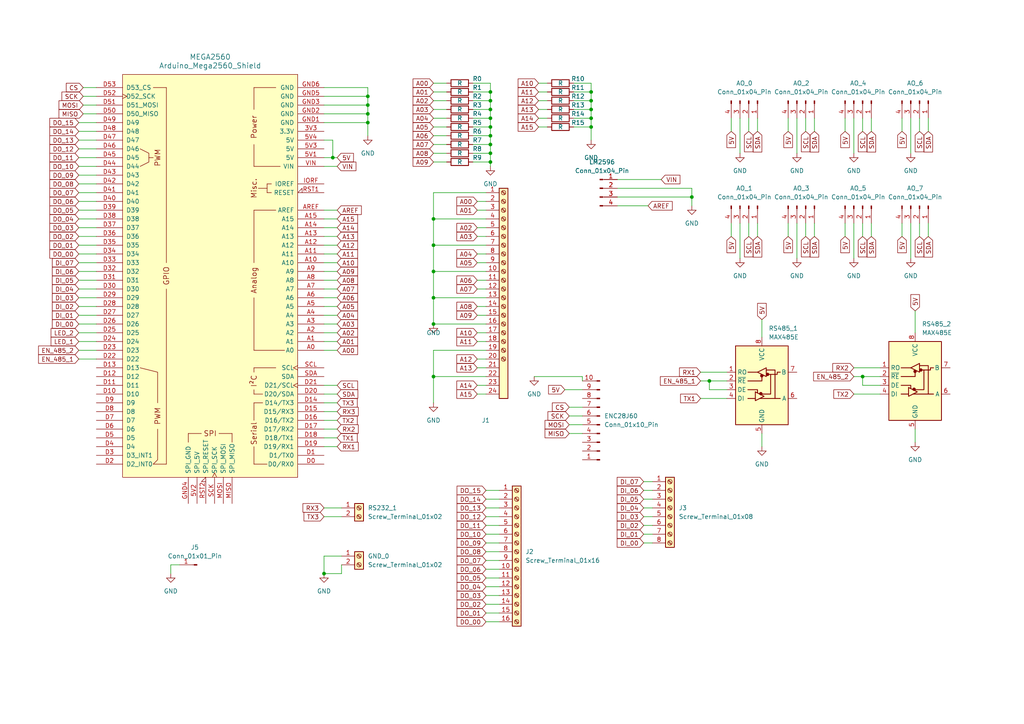
<source format=kicad_sch>
(kicad_sch (version 20230121) (generator eeschema)

  (uuid 6969f8a3-205d-401c-ae37-2e26183a6afa)

  (paper "A4")

  

  (junction (at 106.68 27.94) (diameter 0) (color 0 0 0 0)
    (uuid 08431aed-ff70-4179-b446-04efb297ef08)
  )
  (junction (at 171.45 34.29) (diameter 0) (color 0 0 0 0)
    (uuid 0dee1e2c-1f45-46a0-b9c3-f4224619a95f)
  )
  (junction (at 106.68 35.56) (diameter 0) (color 0 0 0 0)
    (uuid 0ed19bb5-7a19-4d57-8055-f52ad5c64423)
  )
  (junction (at 142.24 46.99) (diameter 0) (color 0 0 0 0)
    (uuid 108be74f-0fe5-4585-b951-674fd5b4d87e)
  )
  (junction (at 125.73 109.22) (diameter 0) (color 0 0 0 0)
    (uuid 15133114-aee9-4cd5-b78a-2b1ee391b02a)
  )
  (junction (at 250.19 109.22) (diameter 0) (color 0 0 0 0)
    (uuid 378bd4d7-4535-4aa1-b279-ee9a836b37bc)
  )
  (junction (at 106.68 33.02) (diameter 0) (color 0 0 0 0)
    (uuid 3e0d268d-0a96-4915-b8f9-5da7a514918f)
  )
  (junction (at 171.45 26.67) (diameter 0) (color 0 0 0 0)
    (uuid 47d3f550-f398-4cfd-99b8-49429e5957bd)
  )
  (junction (at 125.73 86.36) (diameter 0) (color 0 0 0 0)
    (uuid 4ba479da-2f52-461c-9918-8028b7fdd0d2)
  )
  (junction (at 142.24 39.37) (diameter 0) (color 0 0 0 0)
    (uuid 54a1979f-1794-4823-b7d6-64488b197678)
  )
  (junction (at 125.73 71.12) (diameter 0) (color 0 0 0 0)
    (uuid 61ab36e5-6352-436b-819b-3627b61f200d)
  )
  (junction (at 142.24 44.45) (diameter 0) (color 0 0 0 0)
    (uuid 676f6aed-2e87-46be-8488-bbe1f790adf6)
  )
  (junction (at 171.45 31.75) (diameter 0) (color 0 0 0 0)
    (uuid 6dbb4200-b863-41f9-8b57-d17cdc5bff0c)
  )
  (junction (at 125.73 63.5) (diameter 0) (color 0 0 0 0)
    (uuid 709054f8-33c8-45ad-bf36-16cf01429cd1)
  )
  (junction (at 125.73 78.74) (diameter 0) (color 0 0 0 0)
    (uuid 81f7ca89-ae13-4a64-8502-b0a972cdf3ee)
  )
  (junction (at 125.73 93.98) (diameter 0) (color 0 0 0 0)
    (uuid 83a3c7fc-0e33-44c8-be9a-c1e3529ae7b8)
  )
  (junction (at 142.24 26.67) (diameter 0) (color 0 0 0 0)
    (uuid 8ebc0e2e-d091-49bc-94f5-136a4ace8b04)
  )
  (junction (at 106.68 30.48) (diameter 0) (color 0 0 0 0)
    (uuid 98679850-3bcd-4a90-b6f2-f514d96f26ae)
  )
  (junction (at 93.98 166.37) (diameter 0) (color 0 0 0 0)
    (uuid a1141d8b-c74c-4bd0-afbd-2c60b4677880)
  )
  (junction (at 142.24 29.21) (diameter 0) (color 0 0 0 0)
    (uuid b9d912cd-5d5c-407d-bacc-4d56e313a0b3)
  )
  (junction (at 200.66 57.15) (diameter 0) (color 0 0 0 0)
    (uuid c4f1a750-023d-4df3-86ad-bfb3be8119a6)
  )
  (junction (at 142.24 34.29) (diameter 0) (color 0 0 0 0)
    (uuid cc30a120-a312-4886-a63d-ca2a34196aeb)
  )
  (junction (at 205.74 110.49) (diameter 0) (color 0 0 0 0)
    (uuid cecce5db-b43f-4b1f-a287-9ffe8c2a053b)
  )
  (junction (at 171.45 36.83) (diameter 0) (color 0 0 0 0)
    (uuid d0f06c40-c8cf-462c-af3e-dcd0a9af04fc)
  )
  (junction (at 142.24 36.83) (diameter 0) (color 0 0 0 0)
    (uuid d2077975-7e45-4a4c-8286-4d5c2d7fc080)
  )
  (junction (at 142.24 31.75) (diameter 0) (color 0 0 0 0)
    (uuid f0066ec2-5b44-4bb0-a42d-2ad80002c30e)
  )
  (junction (at 96.52 45.72) (diameter 0) (color 0 0 0 0)
    (uuid f279b7b5-e5e3-4878-8b4e-7f341337c81a)
  )
  (junction (at 171.45 29.21) (diameter 0) (color 0 0 0 0)
    (uuid fb091db9-0a83-4009-94d0-912da603c127)
  )
  (junction (at 142.24 41.91) (diameter 0) (color 0 0 0 0)
    (uuid ffc01df6-f9c1-4334-b581-14de58986571)
  )

  (wire (pts (xy 93.98 33.02) (xy 106.68 33.02))
    (stroke (width 0) (type default))
    (uuid 00060c86-d34d-4d9f-bfe3-545ba23eb22f)
  )
  (wire (pts (xy 165.1 125.73) (xy 168.91 125.73))
    (stroke (width 0) (type default))
    (uuid 03462fb1-8d80-45bf-bd3e-9b0c8bf9ca0e)
  )
  (wire (pts (xy 186.69 142.24) (xy 189.23 142.24))
    (stroke (width 0) (type default))
    (uuid 04140671-5431-4417-80ab-da2579499878)
  )
  (wire (pts (xy 140.97 165.1) (xy 144.78 165.1))
    (stroke (width 0) (type default))
    (uuid 044cbd82-0414-4cd2-abde-8a00550c2e1c)
  )
  (wire (pts (xy 93.98 161.29) (xy 93.98 166.37))
    (stroke (width 0) (type default))
    (uuid 045ad5b3-cb4e-4e6f-84b8-306d30cee2db)
  )
  (wire (pts (xy 93.98 83.82) (xy 97.79 83.82))
    (stroke (width 0) (type default))
    (uuid 05b1eb3d-14b8-46e5-b71a-2991f910cb5b)
  )
  (wire (pts (xy 137.16 31.75) (xy 142.24 31.75))
    (stroke (width 0) (type default))
    (uuid 064df706-a972-4708-a832-5723e0a49715)
  )
  (wire (pts (xy 22.86 91.44) (xy 27.94 91.44))
    (stroke (width 0) (type default))
    (uuid 0812dd86-a4e6-4b7f-955e-411b225fadb2)
  )
  (wire (pts (xy 220.98 92.71) (xy 220.98 97.79))
    (stroke (width 0) (type default))
    (uuid 0861ef91-58e2-4949-8dec-3ccd5fa69e29)
  )
  (wire (pts (xy 93.98 147.32) (xy 99.06 147.32))
    (stroke (width 0) (type default))
    (uuid 093f24d1-d9f0-4afe-b928-9725e487722c)
  )
  (wire (pts (xy 138.43 68.58) (xy 140.97 68.58))
    (stroke (width 0) (type default))
    (uuid 0988afa8-98d2-4b1b-a933-39dc09ad511b)
  )
  (wire (pts (xy 125.73 29.21) (xy 129.54 29.21))
    (stroke (width 0) (type default))
    (uuid 0a868a5f-6f19-4f19-bf5e-9387d2bbf6d2)
  )
  (wire (pts (xy 22.86 104.14) (xy 27.94 104.14))
    (stroke (width 0) (type default))
    (uuid 0c519975-62e6-4fe5-a5fc-81669754aa8b)
  )
  (wire (pts (xy 171.45 24.13) (xy 171.45 26.67))
    (stroke (width 0) (type default))
    (uuid 0cd10ffd-0df2-4db0-b3b8-612c2b6fcd59)
  )
  (wire (pts (xy 22.86 60.96) (xy 27.94 60.96))
    (stroke (width 0) (type default))
    (uuid 1082b216-2973-47fb-9823-51adc5bd5914)
  )
  (wire (pts (xy 186.69 144.78) (xy 189.23 144.78))
    (stroke (width 0) (type default))
    (uuid 114ea429-e4f2-4b5d-ae40-2a1488685c74)
  )
  (wire (pts (xy 166.37 26.67) (xy 171.45 26.67))
    (stroke (width 0) (type default))
    (uuid 1186d785-d844-4d8e-aef3-cf8b137d585f)
  )
  (wire (pts (xy 247.65 106.68) (xy 255.27 106.68))
    (stroke (width 0) (type default))
    (uuid 11dc2b11-3776-432d-bf0b-47a34c2d7c1b)
  )
  (wire (pts (xy 210.82 113.03) (xy 205.74 113.03))
    (stroke (width 0) (type default))
    (uuid 12dd510b-0b78-4dda-8904-5a2e2ad0f7dc)
  )
  (wire (pts (xy 219.71 34.29) (xy 219.71 38.1))
    (stroke (width 0) (type default))
    (uuid 12e84c85-732c-450a-a05b-798ca9320fde)
  )
  (wire (pts (xy 250.19 34.29) (xy 250.19 38.1))
    (stroke (width 0) (type default))
    (uuid 159e4afb-7132-4744-b160-8f5350f7e71d)
  )
  (wire (pts (xy 49.53 163.83) (xy 52.07 163.83))
    (stroke (width 0) (type default))
    (uuid 16e37d6f-029f-49af-a811-2f399c4a72bd)
  )
  (wire (pts (xy 203.2 110.49) (xy 205.74 110.49))
    (stroke (width 0) (type default))
    (uuid 170eeb1a-ec9d-4ea4-b987-36280ad9bcb3)
  )
  (wire (pts (xy 138.43 58.42) (xy 140.97 58.42))
    (stroke (width 0) (type default))
    (uuid 1ac5a64a-a287-4c48-81e6-5600f3ab9e9e)
  )
  (wire (pts (xy 93.98 129.54) (xy 97.79 129.54))
    (stroke (width 0) (type default))
    (uuid 1c57504b-cc6a-49a7-b2b7-371a10811e52)
  )
  (wire (pts (xy 137.16 46.99) (xy 142.24 46.99))
    (stroke (width 0) (type default))
    (uuid 1c8cb44b-5ce1-436e-acff-7632b2e7ada2)
  )
  (wire (pts (xy 93.98 68.58) (xy 97.79 68.58))
    (stroke (width 0) (type default))
    (uuid 1d41bd80-983b-4aa4-bff3-d5f4d799d126)
  )
  (wire (pts (xy 93.98 166.37) (xy 99.06 166.37))
    (stroke (width 0) (type default))
    (uuid 1d43dabf-e71d-4a5a-949a-8baac1002898)
  )
  (wire (pts (xy 203.2 115.57) (xy 210.82 115.57))
    (stroke (width 0) (type default))
    (uuid 1f614d15-c7f7-4b26-af8f-a2b034a85a69)
  )
  (wire (pts (xy 137.16 34.29) (xy 142.24 34.29))
    (stroke (width 0) (type default))
    (uuid 1f76bd5e-40bc-4566-b164-5396395691fe)
  )
  (wire (pts (xy 106.68 33.02) (xy 106.68 35.56))
    (stroke (width 0) (type default))
    (uuid 1f7c6a0f-f951-40e1-88ae-c67d3a86b366)
  )
  (wire (pts (xy 214.63 64.77) (xy 214.63 74.93))
    (stroke (width 0) (type default))
    (uuid 2251adc6-a6c3-4760-b85b-824e334a6ed8)
  )
  (wire (pts (xy 137.16 24.13) (xy 142.24 24.13))
    (stroke (width 0) (type default))
    (uuid 26e0b8c3-225e-4bb3-ad5b-af5002d450b2)
  )
  (wire (pts (xy 228.6 34.29) (xy 228.6 38.1))
    (stroke (width 0) (type default))
    (uuid 271542b4-b8bb-442a-ae8a-e86d9e2885c9)
  )
  (wire (pts (xy 137.16 36.83) (xy 142.24 36.83))
    (stroke (width 0) (type default))
    (uuid 27511273-911e-409b-bd4a-f1c77f5e21ed)
  )
  (wire (pts (xy 255.27 111.76) (xy 250.19 111.76))
    (stroke (width 0) (type default))
    (uuid 27bfa538-47c4-43cf-ac29-664a17fcf7b9)
  )
  (wire (pts (xy 261.62 64.77) (xy 261.62 68.58))
    (stroke (width 0) (type default))
    (uuid 27da4c6a-d33f-48c3-aadf-d93b58f6b96a)
  )
  (wire (pts (xy 140.97 109.22) (xy 125.73 109.22))
    (stroke (width 0) (type default))
    (uuid 28032913-4216-4b54-bfb0-e5f60ca7cec2)
  )
  (wire (pts (xy 138.43 66.04) (xy 140.97 66.04))
    (stroke (width 0) (type default))
    (uuid 2972874a-ba1e-4cd7-aa62-5eb3758864fc)
  )
  (wire (pts (xy 93.98 81.28) (xy 97.79 81.28))
    (stroke (width 0) (type default))
    (uuid 2cbbefba-d19c-4f62-8d9c-651890159b67)
  )
  (wire (pts (xy 228.6 64.77) (xy 228.6 68.58))
    (stroke (width 0) (type default))
    (uuid 2d005c93-6203-43d4-bcee-646313f60e86)
  )
  (wire (pts (xy 22.86 86.36) (xy 27.94 86.36))
    (stroke (width 0) (type default))
    (uuid 2e8d8c0d-03c6-4411-92bc-5dbd3efc7fa0)
  )
  (wire (pts (xy 106.68 25.4) (xy 106.68 27.94))
    (stroke (width 0) (type default))
    (uuid 2f1c99f0-d8cc-489d-a980-f5c259e8e9e8)
  )
  (wire (pts (xy 96.52 45.72) (xy 97.79 45.72))
    (stroke (width 0) (type default))
    (uuid 2f76abbf-20a6-4fb6-bb8d-2fac3ca1315b)
  )
  (wire (pts (xy 22.86 35.56) (xy 27.94 35.56))
    (stroke (width 0) (type default))
    (uuid 2fd09d4f-3d7b-440d-a668-0d5b836a6e7e)
  )
  (wire (pts (xy 125.73 55.88) (xy 125.73 63.5))
    (stroke (width 0) (type default))
    (uuid 30760c3d-1b9a-4ec9-a39a-74621cfab5c0)
  )
  (wire (pts (xy 171.45 29.21) (xy 171.45 31.75))
    (stroke (width 0) (type default))
    (uuid 31797c71-6e39-4460-8ac2-3e469576f3a1)
  )
  (wire (pts (xy 171.45 36.83) (xy 171.45 40.64))
    (stroke (width 0) (type default))
    (uuid 332f249f-bd8c-480e-a86c-c9649cf388aa)
  )
  (wire (pts (xy 140.97 63.5) (xy 125.73 63.5))
    (stroke (width 0) (type default))
    (uuid 362ef42f-1827-4687-9f89-64548dce874a)
  )
  (wire (pts (xy 93.98 116.84) (xy 97.79 116.84))
    (stroke (width 0) (type default))
    (uuid 37533ad8-da05-4391-9368-37633a4e0fe5)
  )
  (wire (pts (xy 140.97 175.26) (xy 144.78 175.26))
    (stroke (width 0) (type default))
    (uuid 398560a5-8725-4742-972c-5a3723bf174a)
  )
  (wire (pts (xy 265.43 124.46) (xy 265.43 128.27))
    (stroke (width 0) (type default))
    (uuid 3a160e93-b414-426c-b5ff-1573198800a7)
  )
  (wire (pts (xy 191.77 52.07) (xy 179.07 52.07))
    (stroke (width 0) (type default))
    (uuid 3a2608a2-bb20-4078-ac03-a9127837ea87)
  )
  (wire (pts (xy 245.11 64.77) (xy 245.11 68.58))
    (stroke (width 0) (type default))
    (uuid 3cda5b2e-daad-4565-8dfc-d6a67abe43c7)
  )
  (wire (pts (xy 93.98 127) (xy 97.79 127))
    (stroke (width 0) (type default))
    (uuid 3cde4b2e-5000-4bbd-9c34-f551ad63ab60)
  )
  (wire (pts (xy 140.97 170.18) (xy 144.78 170.18))
    (stroke (width 0) (type default))
    (uuid 3db8c511-e5bb-4561-a41f-0ce773b55b6d)
  )
  (wire (pts (xy 156.21 24.13) (xy 158.75 24.13))
    (stroke (width 0) (type default))
    (uuid 3e193657-497c-46ed-a94e-bead2bdc189b)
  )
  (wire (pts (xy 93.98 45.72) (xy 96.52 45.72))
    (stroke (width 0) (type default))
    (uuid 3f0d70f2-638d-45a4-b64a-6f76fd260c2c)
  )
  (wire (pts (xy 156.21 29.21) (xy 158.75 29.21))
    (stroke (width 0) (type default))
    (uuid 4072c2c6-6c9f-425f-a0b2-94cf5d1541be)
  )
  (wire (pts (xy 22.86 38.1) (xy 27.94 38.1))
    (stroke (width 0) (type default))
    (uuid 4146d314-94bb-4c8d-84b4-78024c05d3b4)
  )
  (wire (pts (xy 166.37 24.13) (xy 171.45 24.13))
    (stroke (width 0) (type default))
    (uuid 41b9ebe9-9da1-485b-8a5b-309484f4475a)
  )
  (wire (pts (xy 93.98 78.74) (xy 97.79 78.74))
    (stroke (width 0) (type default))
    (uuid 4213a033-312f-4925-adac-625b0d164905)
  )
  (wire (pts (xy 99.06 161.29) (xy 93.98 161.29))
    (stroke (width 0) (type default))
    (uuid 42359107-d39d-42e1-ae31-2d0f9712903a)
  )
  (wire (pts (xy 125.73 39.37) (xy 129.54 39.37))
    (stroke (width 0) (type default))
    (uuid 4350c89a-2637-4214-a95f-5e19cb88f71b)
  )
  (wire (pts (xy 106.68 27.94) (xy 106.68 30.48))
    (stroke (width 0) (type default))
    (uuid 43a59b36-7dd0-4775-99f7-d20008fa8e07)
  )
  (wire (pts (xy 156.21 31.75) (xy 158.75 31.75))
    (stroke (width 0) (type default))
    (uuid 43f6cdaa-63ff-448b-892e-c77ed8472421)
  )
  (wire (pts (xy 142.24 26.67) (xy 142.24 29.21))
    (stroke (width 0) (type default))
    (uuid 4469ce4d-1f37-4cf6-bb9f-c0d5f9dbad65)
  )
  (wire (pts (xy 137.16 26.67) (xy 142.24 26.67))
    (stroke (width 0) (type default))
    (uuid 448a5959-9be8-4a33-bc2d-98847f6f59ca)
  )
  (wire (pts (xy 22.86 78.74) (xy 27.94 78.74))
    (stroke (width 0) (type default))
    (uuid 44dbe4e6-5acc-4bc0-969a-d12a2b908edd)
  )
  (wire (pts (xy 93.98 63.5) (xy 97.79 63.5))
    (stroke (width 0) (type default))
    (uuid 451c813d-8d75-4e10-a5a5-0127f894d767)
  )
  (wire (pts (xy 125.73 71.12) (xy 125.73 78.74))
    (stroke (width 0) (type default))
    (uuid 46701378-fc54-4fcf-9dcf-d1f79af73c66)
  )
  (wire (pts (xy 179.07 59.69) (xy 187.96 59.69))
    (stroke (width 0) (type default))
    (uuid 47489ccf-ef7d-48bb-96ee-3c59a7507afc)
  )
  (wire (pts (xy 250.19 64.77) (xy 250.19 68.58))
    (stroke (width 0) (type default))
    (uuid 499a653d-693b-41ee-9228-f8342e7646fb)
  )
  (wire (pts (xy 138.43 60.96) (xy 140.97 60.96))
    (stroke (width 0) (type default))
    (uuid 4a1c89b9-28bd-4afa-bed6-a63746966530)
  )
  (wire (pts (xy 217.17 34.29) (xy 217.17 38.1))
    (stroke (width 0) (type default))
    (uuid 4b1216cf-144d-4478-a186-a24881809529)
  )
  (wire (pts (xy 49.53 166.37) (xy 49.53 163.83))
    (stroke (width 0) (type default))
    (uuid 4d26c93a-3203-4d60-869e-90e99ef8de2a)
  )
  (wire (pts (xy 140.97 154.94) (xy 144.78 154.94))
    (stroke (width 0) (type default))
    (uuid 4d523cb1-99be-4342-b9f7-816e067fb4f6)
  )
  (wire (pts (xy 140.97 172.72) (xy 144.78 172.72))
    (stroke (width 0) (type default))
    (uuid 4e8b23e6-117a-40b4-a97e-c84cedc3ba84)
  )
  (wire (pts (xy 171.45 34.29) (xy 171.45 36.83))
    (stroke (width 0) (type default))
    (uuid 5063ecc7-6dab-4e6b-a5e0-1f2cd8f6c45e)
  )
  (wire (pts (xy 255.27 109.22) (xy 250.19 109.22))
    (stroke (width 0) (type default))
    (uuid 51f7e9a0-1d72-416f-aeab-3acfd76a61d3)
  )
  (wire (pts (xy 137.16 29.21) (xy 142.24 29.21))
    (stroke (width 0) (type default))
    (uuid 547d6818-f0ac-4c0c-8b24-494723b4c009)
  )
  (wire (pts (xy 261.62 34.29) (xy 261.62 38.1))
    (stroke (width 0) (type default))
    (uuid 54944181-6c01-4631-8f23-519cd3f6404c)
  )
  (wire (pts (xy 22.86 55.88) (xy 27.94 55.88))
    (stroke (width 0) (type default))
    (uuid 5679d103-d56c-4f73-b4eb-47fef74b960f)
  )
  (wire (pts (xy 266.7 34.29) (xy 266.7 38.1))
    (stroke (width 0) (type default))
    (uuid 58a09288-7569-42db-a6d2-3facc8851326)
  )
  (wire (pts (xy 125.73 109.22) (xy 125.73 116.84))
    (stroke (width 0) (type default))
    (uuid 58e52a5c-721a-494a-8ac9-7183281e9099)
  )
  (wire (pts (xy 217.17 64.77) (xy 217.17 68.58))
    (stroke (width 0) (type default))
    (uuid 59509f83-cae4-443e-bffa-d202725c216e)
  )
  (wire (pts (xy 22.86 88.9) (xy 27.94 88.9))
    (stroke (width 0) (type default))
    (uuid 5af5da74-4d29-4eea-b019-237102273ee8)
  )
  (wire (pts (xy 212.09 64.77) (xy 212.09 68.58))
    (stroke (width 0) (type default))
    (uuid 5c065ac4-abd6-4804-881f-cc57d5b87c6b)
  )
  (wire (pts (xy 93.98 101.6) (xy 97.79 101.6))
    (stroke (width 0) (type default))
    (uuid 5c8d7958-d495-4dc2-9f21-ab9068f6d315)
  )
  (wire (pts (xy 22.86 48.26) (xy 27.94 48.26))
    (stroke (width 0) (type default))
    (uuid 5c9e9da2-ae7e-48e6-bb8c-f7ac9904ee72)
  )
  (wire (pts (xy 93.98 86.36) (xy 97.79 86.36))
    (stroke (width 0) (type default))
    (uuid 5caa79ef-4f45-4023-9153-5a1c925d515d)
  )
  (wire (pts (xy 125.73 78.74) (xy 125.73 86.36))
    (stroke (width 0) (type default))
    (uuid 5d7e7472-7d1d-47d1-b56b-4e0b898a8e7b)
  )
  (wire (pts (xy 93.98 27.94) (xy 106.68 27.94))
    (stroke (width 0) (type default))
    (uuid 604fb08f-2b9c-4d46-bf3c-a8611cdb34db)
  )
  (wire (pts (xy 138.43 96.52) (xy 140.97 96.52))
    (stroke (width 0) (type default))
    (uuid 61baf780-6154-47d0-b4b1-0610a105f478)
  )
  (wire (pts (xy 166.37 29.21) (xy 171.45 29.21))
    (stroke (width 0) (type default))
    (uuid 62b49069-5d61-4bf3-be2a-6ff1e2f898d2)
  )
  (wire (pts (xy 138.43 76.2) (xy 140.97 76.2))
    (stroke (width 0) (type default))
    (uuid 6587872c-e531-4a74-a7a8-d9a83661f1f2)
  )
  (wire (pts (xy 22.86 73.66) (xy 27.94 73.66))
    (stroke (width 0) (type default))
    (uuid 6597832e-c649-4d1f-a66e-37a9c7b32de8)
  )
  (wire (pts (xy 125.73 63.5) (xy 125.73 71.12))
    (stroke (width 0) (type default))
    (uuid 65cc0b06-6721-479f-a4c6-f2ec5dc277b8)
  )
  (wire (pts (xy 220.98 125.73) (xy 220.98 129.54))
    (stroke (width 0) (type default))
    (uuid 66764adf-4c99-40f2-b8fb-d5e26a96cc85)
  )
  (wire (pts (xy 264.16 34.29) (xy 264.16 44.45))
    (stroke (width 0) (type default))
    (uuid 66934901-ca30-460e-a946-32c612462b75)
  )
  (wire (pts (xy 233.68 64.77) (xy 233.68 68.58))
    (stroke (width 0) (type default))
    (uuid 66ed7d17-0618-4aa7-9cbd-f58d2696b2d3)
  )
  (wire (pts (xy 171.45 26.67) (xy 171.45 29.21))
    (stroke (width 0) (type default))
    (uuid 670a60c8-222f-4a19-bf68-1df80bd64202)
  )
  (wire (pts (xy 125.73 101.6) (xy 125.73 109.22))
    (stroke (width 0) (type default))
    (uuid 6835b599-e4a9-4aa1-bffe-9a4be6c19d9a)
  )
  (wire (pts (xy 125.73 46.99) (xy 129.54 46.99))
    (stroke (width 0) (type default))
    (uuid 693d1aea-66b3-4c7f-88ee-80a8fad4b051)
  )
  (wire (pts (xy 93.98 96.52) (xy 97.79 96.52))
    (stroke (width 0) (type default))
    (uuid 6a7bd3ee-5f0d-4e3c-8a71-eb8aaecfafb0)
  )
  (wire (pts (xy 142.24 46.99) (xy 142.24 48.26))
    (stroke (width 0) (type default))
    (uuid 6bca99c4-1d21-4687-989b-b7c689ef966f)
  )
  (wire (pts (xy 142.24 34.29) (xy 142.24 36.83))
    (stroke (width 0) (type default))
    (uuid 6f1536c2-b82f-4d6d-b187-c669d1e1df4c)
  )
  (wire (pts (xy 125.73 36.83) (xy 129.54 36.83))
    (stroke (width 0) (type default))
    (uuid 70024f25-e064-4c83-93cd-371d2214ee4b)
  )
  (wire (pts (xy 140.97 167.64) (xy 144.78 167.64))
    (stroke (width 0) (type default))
    (uuid 72014c46-3ac6-4c7a-8c6d-47d69cb9e360)
  )
  (wire (pts (xy 250.19 111.76) (xy 250.19 109.22))
    (stroke (width 0) (type default))
    (uuid 721ccb3b-f99d-4a6a-9d34-8229ff49a51c)
  )
  (wire (pts (xy 22.86 71.12) (xy 27.94 71.12))
    (stroke (width 0) (type default))
    (uuid 731c7b7d-632b-4221-8fbc-809183c2b405)
  )
  (wire (pts (xy 140.97 149.86) (xy 144.78 149.86))
    (stroke (width 0) (type default))
    (uuid 732e4382-dc3f-4fdb-8532-ad47a14a810e)
  )
  (wire (pts (xy 138.43 73.66) (xy 140.97 73.66))
    (stroke (width 0) (type default))
    (uuid 73cdccbf-30e7-4a6b-a2e1-bb89995f0351)
  )
  (wire (pts (xy 93.98 91.44) (xy 97.79 91.44))
    (stroke (width 0) (type default))
    (uuid 751a6f1b-ff64-4ab2-bd4f-4fbedb70c0f9)
  )
  (wire (pts (xy 142.24 41.91) (xy 142.24 44.45))
    (stroke (width 0) (type default))
    (uuid 75777546-91e2-4e89-a63f-d7a71c21d7f3)
  )
  (wire (pts (xy 22.86 68.58) (xy 27.94 68.58))
    (stroke (width 0) (type default))
    (uuid 78327328-ebff-4712-881d-fa26fc064fd2)
  )
  (wire (pts (xy 166.37 31.75) (xy 171.45 31.75))
    (stroke (width 0) (type default))
    (uuid 7869b532-96f2-47c5-a90d-41668bd997c3)
  )
  (wire (pts (xy 22.86 40.64) (xy 27.94 40.64))
    (stroke (width 0) (type default))
    (uuid 798cffca-7924-4c04-8a5b-416dd617eede)
  )
  (wire (pts (xy 265.43 90.17) (xy 265.43 96.52))
    (stroke (width 0) (type default))
    (uuid 7c416548-d772-4fb3-adac-05d93b253db5)
  )
  (wire (pts (xy 22.86 43.18) (xy 27.94 43.18))
    (stroke (width 0) (type default))
    (uuid 7c42010d-ce4c-4fc2-abe4-7411cab7458a)
  )
  (wire (pts (xy 125.73 26.67) (xy 129.54 26.67))
    (stroke (width 0) (type default))
    (uuid 7e20dc4e-a9d6-4c14-9061-ed605176edd9)
  )
  (wire (pts (xy 125.73 86.36) (xy 125.73 93.98))
    (stroke (width 0) (type default))
    (uuid 7e20dd3a-2b67-4b25-a2ec-6b0e7e8fca2b)
  )
  (wire (pts (xy 138.43 88.9) (xy 140.97 88.9))
    (stroke (width 0) (type default))
    (uuid 7fae4489-cdc1-4a35-9be8-0271326eca57)
  )
  (wire (pts (xy 125.73 41.91) (xy 129.54 41.91))
    (stroke (width 0) (type default))
    (uuid 82ed8913-4110-45ab-a1be-426f00e99493)
  )
  (wire (pts (xy 212.09 34.29) (xy 212.09 38.1))
    (stroke (width 0) (type default))
    (uuid 83578325-b7dc-4d9d-8e07-f7593779e98d)
  )
  (wire (pts (xy 93.98 149.86) (xy 99.06 149.86))
    (stroke (width 0) (type default))
    (uuid 83d35241-bfc6-4c8e-b996-32a8424ab7ff)
  )
  (wire (pts (xy 22.86 76.2) (xy 27.94 76.2))
    (stroke (width 0) (type default))
    (uuid 84a8cec4-44d4-4086-875c-6ec32508f2c9)
  )
  (wire (pts (xy 205.74 113.03) (xy 205.74 110.49))
    (stroke (width 0) (type default))
    (uuid 878bd1c4-d240-4aa4-b74c-54d5b72e02f4)
  )
  (wire (pts (xy 140.97 147.32) (xy 144.78 147.32))
    (stroke (width 0) (type default))
    (uuid 886de1ae-2293-4529-938d-0d405f3f7283)
  )
  (wire (pts (xy 137.16 41.91) (xy 142.24 41.91))
    (stroke (width 0) (type default))
    (uuid 88acac8f-c73f-4c16-b48c-318430ad0e77)
  )
  (wire (pts (xy 142.24 31.75) (xy 142.24 34.29))
    (stroke (width 0) (type default))
    (uuid 892738d9-a9ea-47e9-87bf-9987e620c0a4)
  )
  (wire (pts (xy 140.97 157.48) (xy 144.78 157.48))
    (stroke (width 0) (type default))
    (uuid 8a537d8d-0245-41e8-8d3f-306532946420)
  )
  (wire (pts (xy 247.65 34.29) (xy 247.65 44.45))
    (stroke (width 0) (type default))
    (uuid 8a929d2d-1db1-43a0-b23b-83c255787833)
  )
  (wire (pts (xy 138.43 111.76) (xy 140.97 111.76))
    (stroke (width 0) (type default))
    (uuid 8ba5bfc2-6578-43e5-a0a5-0f45588bdb39)
  )
  (wire (pts (xy 142.24 29.21) (xy 142.24 31.75))
    (stroke (width 0) (type default))
    (uuid 8c2ad7e5-81e6-421b-ae04-1e2c54538234)
  )
  (wire (pts (xy 138.43 104.14) (xy 140.97 104.14))
    (stroke (width 0) (type default))
    (uuid 8d045cf6-89e8-4648-bd36-4e889e33b195)
  )
  (wire (pts (xy 236.22 64.77) (xy 236.22 68.58))
    (stroke (width 0) (type default))
    (uuid 8da341f1-2961-4eb7-bcbe-fcff4ee10df7)
  )
  (wire (pts (xy 166.37 36.83) (xy 171.45 36.83))
    (stroke (width 0) (type default))
    (uuid 8de939cb-f42e-4344-922d-99c8a77d1b05)
  )
  (wire (pts (xy 186.69 157.48) (xy 189.23 157.48))
    (stroke (width 0) (type default))
    (uuid 90812b1e-e406-4eb7-b54f-20eb7721be10)
  )
  (wire (pts (xy 22.86 101.6) (xy 27.94 101.6))
    (stroke (width 0) (type default))
    (uuid 9350570d-15d4-4ac8-a6b6-a5a8e3b47a66)
  )
  (wire (pts (xy 179.07 54.61) (xy 200.66 54.61))
    (stroke (width 0) (type default))
    (uuid 944946e7-20d5-4a85-9c98-9b46369b3294)
  )
  (wire (pts (xy 186.69 149.86) (xy 189.23 149.86))
    (stroke (width 0) (type default))
    (uuid 9532ad9a-08ff-4df6-a376-150b0d3b9441)
  )
  (wire (pts (xy 264.16 64.77) (xy 264.16 74.93))
    (stroke (width 0) (type default))
    (uuid 95b95c31-6f51-4171-80a8-d4fbbd50725f)
  )
  (wire (pts (xy 93.98 76.2) (xy 97.79 76.2))
    (stroke (width 0) (type default))
    (uuid 96e2b84d-c5db-47d5-982b-a128d2c8cb31)
  )
  (wire (pts (xy 247.65 64.77) (xy 247.65 74.93))
    (stroke (width 0) (type default))
    (uuid 98736f92-eadd-44a1-92cf-3a54b257abc9)
  )
  (wire (pts (xy 140.97 144.78) (xy 144.78 144.78))
    (stroke (width 0) (type default))
    (uuid 9b0bcfa8-29ab-44fb-8aeb-93027367267d)
  )
  (wire (pts (xy 137.16 44.45) (xy 142.24 44.45))
    (stroke (width 0) (type default))
    (uuid 9b95f089-f7c2-4768-83c9-552e9d12a346)
  )
  (wire (pts (xy 168.91 109.22) (xy 168.91 110.49))
    (stroke (width 0) (type default))
    (uuid 9c37e591-f84a-4c79-b71e-ea516114e49d)
  )
  (wire (pts (xy 125.73 31.75) (xy 129.54 31.75))
    (stroke (width 0) (type default))
    (uuid 9cff3c44-1d61-4dd2-b6e6-f0330b8facf2)
  )
  (wire (pts (xy 179.07 57.15) (xy 200.66 57.15))
    (stroke (width 0) (type default))
    (uuid 9ed78a03-e0ae-4e33-b0b4-0ed6206fdc06)
  )
  (wire (pts (xy 142.24 44.45) (xy 142.24 46.99))
    (stroke (width 0) (type default))
    (uuid 9fbfd723-54f6-43de-ac61-1c27745aff51)
  )
  (wire (pts (xy 203.2 107.95) (xy 210.82 107.95))
    (stroke (width 0) (type default))
    (uuid 9ffaf715-26e1-40cb-997b-104c14835f07)
  )
  (wire (pts (xy 140.97 152.4) (xy 144.78 152.4))
    (stroke (width 0) (type default))
    (uuid a159ee4f-71fa-4307-bdbe-f8048b19de61)
  )
  (wire (pts (xy 106.68 35.56) (xy 106.68 39.37))
    (stroke (width 0) (type default))
    (uuid a15e3862-faec-489a-aa7b-f72166438ef8)
  )
  (wire (pts (xy 93.98 119.38) (xy 97.79 119.38))
    (stroke (width 0) (type default))
    (uuid a2b8f6a7-b485-442d-8bb1-3f69a38f48b3)
  )
  (wire (pts (xy 22.86 81.28) (xy 27.94 81.28))
    (stroke (width 0) (type default))
    (uuid a2e77695-18da-4aa4-b705-9bc35aecb9e7)
  )
  (wire (pts (xy 252.73 34.29) (xy 252.73 38.1))
    (stroke (width 0) (type default))
    (uuid a2ece8a7-60e7-4808-94b4-fda5c9e7f4fd)
  )
  (wire (pts (xy 166.37 34.29) (xy 171.45 34.29))
    (stroke (width 0) (type default))
    (uuid a32c6403-d341-46c0-90ae-66d4f81a9d45)
  )
  (wire (pts (xy 93.98 30.48) (xy 106.68 30.48))
    (stroke (width 0) (type default))
    (uuid a742fe18-0fd8-4164-a7ad-7182596d4ac3)
  )
  (wire (pts (xy 106.68 30.48) (xy 106.68 33.02))
    (stroke (width 0) (type default))
    (uuid a80e3494-6ac3-4fc4-8aa1-0d77f373c7e2)
  )
  (wire (pts (xy 138.43 91.44) (xy 140.97 91.44))
    (stroke (width 0) (type default))
    (uuid aa385ee6-20c6-49d7-87fc-142063b850b0)
  )
  (wire (pts (xy 93.98 35.56) (xy 106.68 35.56))
    (stroke (width 0) (type default))
    (uuid ac0cd860-cd4b-4037-9adb-4606bd453bf1)
  )
  (wire (pts (xy 24.13 30.48) (xy 27.94 30.48))
    (stroke (width 0) (type default))
    (uuid ac2a8e8b-9ef5-4bd6-b1b8-3aabf04e7042)
  )
  (wire (pts (xy 269.24 64.77) (xy 269.24 68.58))
    (stroke (width 0) (type default))
    (uuid b17cc8e6-933d-4585-b9f5-872a6c600ece)
  )
  (wire (pts (xy 236.22 34.29) (xy 236.22 38.1))
    (stroke (width 0) (type default))
    (uuid b1e0915d-bc96-4685-8aa4-6539ce75ab8c)
  )
  (wire (pts (xy 247.65 109.22) (xy 250.19 109.22))
    (stroke (width 0) (type default))
    (uuid b2747894-542b-4f13-a0e9-2b382a94e9c7)
  )
  (wire (pts (xy 142.24 24.13) (xy 142.24 26.67))
    (stroke (width 0) (type default))
    (uuid b2fbd5a6-0074-4f03-b8a2-59c1812036e4)
  )
  (wire (pts (xy 138.43 114.3) (xy 140.97 114.3))
    (stroke (width 0) (type default))
    (uuid b38b7c9f-c7f5-4f32-8da5-a093d7fc7741)
  )
  (wire (pts (xy 165.1 118.11) (xy 168.91 118.11))
    (stroke (width 0) (type default))
    (uuid b434a752-4c8a-4778-ac69-5298b68b3365)
  )
  (wire (pts (xy 252.73 64.77) (xy 252.73 68.58))
    (stroke (width 0) (type default))
    (uuid b49e5d3b-84c8-413b-b861-6f31bf65db35)
  )
  (wire (pts (xy 156.21 26.67) (xy 158.75 26.67))
    (stroke (width 0) (type default))
    (uuid b59ab8cb-b449-46b2-b097-1d3e4a27033b)
  )
  (wire (pts (xy 93.98 40.64) (xy 96.52 40.64))
    (stroke (width 0) (type default))
    (uuid b5fe0f1a-5696-4f8d-9d6a-093274fb5a55)
  )
  (wire (pts (xy 231.14 64.77) (xy 231.14 74.93))
    (stroke (width 0) (type default))
    (uuid b7f1fafb-f545-401c-bd30-95ebddc38a9a)
  )
  (wire (pts (xy 93.98 25.4) (xy 106.68 25.4))
    (stroke (width 0) (type default))
    (uuid b80ece23-d543-41fb-8e41-5c7aca1145a8)
  )
  (wire (pts (xy 137.16 39.37) (xy 142.24 39.37))
    (stroke (width 0) (type default))
    (uuid b8237066-83bc-4369-b318-d7b27f93cc93)
  )
  (wire (pts (xy 22.86 93.98) (xy 27.94 93.98))
    (stroke (width 0) (type default))
    (uuid b82f7565-a776-403a-96d2-4a1da4a33321)
  )
  (wire (pts (xy 93.98 66.04) (xy 97.79 66.04))
    (stroke (width 0) (type default))
    (uuid bbe1e0fe-4e1c-4ba2-9027-27d1b3036fe9)
  )
  (wire (pts (xy 93.98 99.06) (xy 97.79 99.06))
    (stroke (width 0) (type default))
    (uuid bbfb841f-c015-4ebf-882c-30b04ae8ef11)
  )
  (wire (pts (xy 138.43 83.82) (xy 140.97 83.82))
    (stroke (width 0) (type default))
    (uuid bc146cfa-02d3-4f7b-9f0b-f0970ef3e394)
  )
  (wire (pts (xy 93.98 121.92) (xy 97.79 121.92))
    (stroke (width 0) (type default))
    (uuid bdfdb3de-b7dc-4aaa-82f9-a330b3caf9db)
  )
  (wire (pts (xy 138.43 81.28) (xy 140.97 81.28))
    (stroke (width 0) (type default))
    (uuid bf32f58e-4001-4fb1-a3f6-c7d0f8c7dc5e)
  )
  (wire (pts (xy 214.63 34.29) (xy 214.63 44.45))
    (stroke (width 0) (type default))
    (uuid bf41aa56-d233-4368-a9ee-71d3c41a73b9)
  )
  (wire (pts (xy 24.13 27.94) (xy 27.94 27.94))
    (stroke (width 0) (type default))
    (uuid bfec1958-768b-467d-b2b2-677710f1edb3)
  )
  (wire (pts (xy 93.98 124.46) (xy 97.79 124.46))
    (stroke (width 0) (type default))
    (uuid c0e88086-f049-441d-9905-d66a0065747c)
  )
  (wire (pts (xy 142.24 36.83) (xy 142.24 39.37))
    (stroke (width 0) (type default))
    (uuid c3f723db-65a1-4e15-b6d9-20d2d794e44d)
  )
  (wire (pts (xy 140.97 86.36) (xy 125.73 86.36))
    (stroke (width 0) (type default))
    (uuid c48e43e8-44a9-43f4-8482-052094689698)
  )
  (wire (pts (xy 186.69 152.4) (xy 189.23 152.4))
    (stroke (width 0) (type default))
    (uuid c4a1fa19-7243-478d-bdaf-0af25b440664)
  )
  (wire (pts (xy 93.98 88.9) (xy 97.79 88.9))
    (stroke (width 0) (type default))
    (uuid c4d57104-d93b-4642-b190-340eac64cebe)
  )
  (wire (pts (xy 93.98 93.98) (xy 97.79 93.98))
    (stroke (width 0) (type default))
    (uuid c553680f-4c40-4f12-a3a8-3e9b7a532255)
  )
  (wire (pts (xy 140.97 142.24) (xy 144.78 142.24))
    (stroke (width 0) (type default))
    (uuid c58cf797-ad75-41ec-9d78-e601a00e6e4a)
  )
  (wire (pts (xy 200.66 57.15) (xy 200.66 59.69))
    (stroke (width 0) (type default))
    (uuid c5d38290-d5ed-4b86-88d0-89bfbcd2d3f1)
  )
  (wire (pts (xy 171.45 31.75) (xy 171.45 34.29))
    (stroke (width 0) (type default))
    (uuid c7976bcc-7663-407b-b0bb-779bd2b1fc92)
  )
  (wire (pts (xy 140.97 71.12) (xy 125.73 71.12))
    (stroke (width 0) (type default))
    (uuid c8145081-6f3a-415a-8ea8-1a1075e457cd)
  )
  (wire (pts (xy 93.98 111.76) (xy 97.79 111.76))
    (stroke (width 0) (type default))
    (uuid cc12fad7-8754-4dc3-8132-2703527bafdc)
  )
  (wire (pts (xy 24.13 25.4) (xy 27.94 25.4))
    (stroke (width 0) (type default))
    (uuid cf325d3d-4953-4a98-b935-73aae0f1147a)
  )
  (wire (pts (xy 140.97 55.88) (xy 125.73 55.88))
    (stroke (width 0) (type default))
    (uuid cf822218-1e34-4740-803b-d7fa591d50da)
  )
  (wire (pts (xy 22.86 66.04) (xy 27.94 66.04))
    (stroke (width 0) (type default))
    (uuid d0353585-1798-4286-a76f-946ab91c6811)
  )
  (wire (pts (xy 125.73 44.45) (xy 129.54 44.45))
    (stroke (width 0) (type default))
    (uuid d07258ff-64f4-416e-8983-7bb7c35a5ded)
  )
  (wire (pts (xy 140.97 160.02) (xy 144.78 160.02))
    (stroke (width 0) (type default))
    (uuid d5316f47-c4a6-4a33-99de-46c8aa0d5cc8)
  )
  (wire (pts (xy 247.65 114.3) (xy 255.27 114.3))
    (stroke (width 0) (type default))
    (uuid d7497749-30f3-4e13-97bd-5491a5d12938)
  )
  (wire (pts (xy 93.98 48.26) (xy 97.79 48.26))
    (stroke (width 0) (type default))
    (uuid d7b54dbc-4040-4506-8010-9d0d85ed4ae3)
  )
  (wire (pts (xy 156.21 36.83) (xy 158.75 36.83))
    (stroke (width 0) (type default))
    (uuid d7eb962f-3e1f-4536-a230-a19201ba0939)
  )
  (wire (pts (xy 142.24 39.37) (xy 142.24 41.91))
    (stroke (width 0) (type default))
    (uuid d89171ac-e1cd-4daf-9214-67aff69fd51d)
  )
  (wire (pts (xy 125.73 34.29) (xy 129.54 34.29))
    (stroke (width 0) (type default))
    (uuid d93e55ed-1fbd-4b10-903f-807f4cef6e1e)
  )
  (wire (pts (xy 22.86 50.8) (xy 27.94 50.8))
    (stroke (width 0) (type default))
    (uuid dbd6871c-394c-475d-9a12-9369003623bf)
  )
  (wire (pts (xy 140.97 177.8) (xy 144.78 177.8))
    (stroke (width 0) (type default))
    (uuid dc138a84-ff47-487e-9277-dc1c031227b3)
  )
  (wire (pts (xy 233.68 34.29) (xy 233.68 38.1))
    (stroke (width 0) (type default))
    (uuid dccb8071-19f0-41f6-8b6f-25bb208e1686)
  )
  (wire (pts (xy 154.94 109.22) (xy 168.91 109.22))
    (stroke (width 0) (type default))
    (uuid dde2fee8-18fb-417a-8bb5-b8f7f8fb482c)
  )
  (wire (pts (xy 165.1 120.65) (xy 168.91 120.65))
    (stroke (width 0) (type default))
    (uuid deab0fb7-afad-4507-b628-6c4dc50e65c6)
  )
  (wire (pts (xy 93.98 60.96) (xy 97.79 60.96))
    (stroke (width 0) (type default))
    (uuid deb831c4-5a53-45d6-8895-01625b81cfb6)
  )
  (wire (pts (xy 125.73 93.98) (xy 140.97 93.98))
    (stroke (width 0) (type default))
    (uuid dfdb4278-d479-4d3c-b329-96471126a2e8)
  )
  (wire (pts (xy 22.86 58.42) (xy 27.94 58.42))
    (stroke (width 0) (type default))
    (uuid e084f7df-c932-43a1-841a-62b84bccbee6)
  )
  (wire (pts (xy 186.69 147.32) (xy 189.23 147.32))
    (stroke (width 0) (type default))
    (uuid e14fb64f-5c27-40b4-ae51-c8e9d564adb0)
  )
  (wire (pts (xy 22.86 53.34) (xy 27.94 53.34))
    (stroke (width 0) (type default))
    (uuid e1637363-02da-4966-ae9a-11f2d54dde5d)
  )
  (wire (pts (xy 22.86 45.72) (xy 27.94 45.72))
    (stroke (width 0) (type default))
    (uuid e19763aa-740c-49c1-97a4-b71cb52f0df2)
  )
  (wire (pts (xy 231.14 34.29) (xy 231.14 44.45))
    (stroke (width 0) (type default))
    (uuid e4a5b11e-c4ea-4df0-9b38-e20f29a98c5f)
  )
  (wire (pts (xy 93.98 114.3) (xy 97.79 114.3))
    (stroke (width 0) (type default))
    (uuid e4de4561-afbd-4986-a502-36f56be9e1e2)
  )
  (wire (pts (xy 22.86 99.06) (xy 27.94 99.06))
    (stroke (width 0) (type default))
    (uuid e6013c4d-1505-4f8f-bae7-967a58f237ae)
  )
  (wire (pts (xy 22.86 63.5) (xy 27.94 63.5))
    (stroke (width 0) (type default))
    (uuid e68deb0f-c9b7-4c3e-898f-b88a20cb1c9c)
  )
  (wire (pts (xy 269.24 34.29) (xy 269.24 38.1))
    (stroke (width 0) (type default))
    (uuid e6f3236a-da6e-42cc-8e4a-3627a3bdaa51)
  )
  (wire (pts (xy 125.73 24.13) (xy 129.54 24.13))
    (stroke (width 0) (type default))
    (uuid e75306e3-1ef1-42af-99df-ac6e26929e6f)
  )
  (wire (pts (xy 93.98 71.12) (xy 97.79 71.12))
    (stroke (width 0) (type default))
    (uuid e9f1e099-6b6a-43a9-b6a3-f0dc20f4ccd4)
  )
  (wire (pts (xy 99.06 166.37) (xy 99.06 163.83))
    (stroke (width 0) (type default))
    (uuid eaf47c35-ef99-4801-ba01-0c5e1217de72)
  )
  (wire (pts (xy 156.21 34.29) (xy 158.75 34.29))
    (stroke (width 0) (type default))
    (uuid eb1ec8a7-4b78-412b-80e0-7746b367457f)
  )
  (wire (pts (xy 186.69 139.7) (xy 189.23 139.7))
    (stroke (width 0) (type default))
    (uuid ed45395f-3a1e-4b3f-bf23-88699ea65002)
  )
  (wire (pts (xy 138.43 99.06) (xy 140.97 99.06))
    (stroke (width 0) (type default))
    (uuid ed697d9b-e109-4da6-b621-a229f08a6a27)
  )
  (wire (pts (xy 140.97 101.6) (xy 125.73 101.6))
    (stroke (width 0) (type default))
    (uuid ed84fd51-961f-4a18-8037-89cc3822a1f9)
  )
  (wire (pts (xy 205.74 110.49) (xy 210.82 110.49))
    (stroke (width 0) (type default))
    (uuid edff633b-f186-4594-bbf8-a0d55b301e93)
  )
  (wire (pts (xy 22.86 96.52) (xy 27.94 96.52))
    (stroke (width 0) (type default))
    (uuid f049e6d0-67ad-49b9-b7f6-0a899017c147)
  )
  (wire (pts (xy 24.13 33.02) (xy 27.94 33.02))
    (stroke (width 0) (type default))
    (uuid f0f0d0a7-01d2-4492-974b-8a1fe4eaaf4b)
  )
  (wire (pts (xy 96.52 40.64) (xy 96.52 45.72))
    (stroke (width 0) (type default))
    (uuid f35b594b-b6d7-4227-902d-7e1dbe4e06dd)
  )
  (wire (pts (xy 245.11 34.29) (xy 245.11 38.1))
    (stroke (width 0) (type default))
    (uuid f3dbf887-6298-44af-a300-88bbb4a72bb6)
  )
  (wire (pts (xy 266.7 64.77) (xy 266.7 68.58))
    (stroke (width 0) (type default))
    (uuid f4b2be86-2b82-4493-baf7-3de30de7aa1e)
  )
  (wire (pts (xy 163.83 113.03) (xy 168.91 113.03))
    (stroke (width 0) (type default))
    (uuid f4e4278b-7ab3-46ea-b529-e21297fc17c1)
  )
  (wire (pts (xy 140.97 162.56) (xy 144.78 162.56))
    (stroke (width 0) (type default))
    (uuid f5533cb0-14fe-4c8f-a5ac-4742b71659bf)
  )
  (wire (pts (xy 219.71 64.77) (xy 219.71 68.58))
    (stroke (width 0) (type default))
    (uuid f7a9fe8b-5e43-44e2-8e1a-404a4c7af426)
  )
  (wire (pts (xy 165.1 123.19) (xy 168.91 123.19))
    (stroke (width 0) (type default))
    (uuid f8348ef8-e62e-4c8b-afdf-8fa615de3379)
  )
  (wire (pts (xy 140.97 180.34) (xy 144.78 180.34))
    (stroke (width 0) (type default))
    (uuid f9b7b5b3-4030-4c93-9045-baaf0cc2cc16)
  )
  (wire (pts (xy 200.66 54.61) (xy 200.66 57.15))
    (stroke (width 0) (type default))
    (uuid fabc38aa-519d-4c37-a5da-59b93b9ca99b)
  )
  (wire (pts (xy 22.86 83.82) (xy 27.94 83.82))
    (stroke (width 0) (type default))
    (uuid fc7fc664-9795-4e78-a4ce-ef002442fc70)
  )
  (wire (pts (xy 140.97 78.74) (xy 125.73 78.74))
    (stroke (width 0) (type default))
    (uuid fcfd6619-e61a-435a-8354-c892ec9cc123)
  )
  (wire (pts (xy 138.43 106.68) (xy 140.97 106.68))
    (stroke (width 0) (type default))
    (uuid fd43ee0e-e129-4774-8f2c-84d2ff78a0fb)
  )
  (wire (pts (xy 186.69 154.94) (xy 189.23 154.94))
    (stroke (width 0) (type default))
    (uuid fe94695f-e543-4a83-b489-d5d601a6569f)
  )
  (wire (pts (xy 93.98 73.66) (xy 97.79 73.66))
    (stroke (width 0) (type default))
    (uuid fef332bf-e228-4143-bf9c-11e34fdebafb)
  )

  (global_label "CS" (shape input) (at 24.13 25.4 180) (fields_autoplaced)
    (effects (font (size 1.27 1.27)) (justify right))
    (uuid 00d03d69-4e88-4005-86cc-601c6ec4be8e)
    (property "Intersheetrefs" "${INTERSHEET_REFS}" (at 18.7447 25.4 0)
      (effects (font (size 1.27 1.27)) (justify right) hide)
    )
  )
  (global_label "RX1" (shape input) (at 203.2 107.95 180) (fields_autoplaced)
    (effects (font (size 1.27 1.27)) (justify right))
    (uuid 0170c503-6d0a-4dde-b87b-2d8e836f693f)
    (property "Intersheetrefs" "${INTERSHEET_REFS}" (at 196.6052 107.95 0)
      (effects (font (size 1.27 1.27)) (justify right) hide)
    )
  )
  (global_label "A10" (shape input) (at 97.79 76.2 0) (fields_autoplaced)
    (effects (font (size 1.27 1.27)) (justify left))
    (uuid 045550dc-6038-47a7-9fd3-f25858329fda)
    (property "Intersheetrefs" "${INTERSHEET_REFS}" (at 104.2034 76.2 0)
      (effects (font (size 1.27 1.27)) (justify left) hide)
    )
  )
  (global_label "DO_10" (shape input) (at 140.97 154.94 180) (fields_autoplaced)
    (effects (font (size 1.27 1.27)) (justify right))
    (uuid 059558f1-2118-42f3-a7df-62378ae953a6)
    (property "Intersheetrefs" "${INTERSHEET_REFS}" (at 132.0771 154.94 0)
      (effects (font (size 1.27 1.27)) (justify right) hide)
    )
  )
  (global_label "SCL" (shape input) (at 233.68 68.58 270) (fields_autoplaced)
    (effects (font (size 1.27 1.27)) (justify right))
    (uuid 05b32910-632f-41e6-acb0-1cf807adb34b)
    (property "Intersheetrefs" "${INTERSHEET_REFS}" (at 233.68 74.9934 90)
      (effects (font (size 1.27 1.27)) (justify right) hide)
    )
  )
  (global_label "DO_07" (shape input) (at 22.86 55.88 180) (fields_autoplaced)
    (effects (font (size 1.27 1.27)) (justify right))
    (uuid 07160492-f2fc-46ed-b69d-07f368d09bee)
    (property "Intersheetrefs" "${INTERSHEET_REFS}" (at 13.9671 55.88 0)
      (effects (font (size 1.27 1.27)) (justify right) hide)
    )
  )
  (global_label "SDA" (shape input) (at 252.73 38.1 270) (fields_autoplaced)
    (effects (font (size 1.27 1.27)) (justify right))
    (uuid 077d3a84-4bc8-4593-af6a-1272f7d26d74)
    (property "Intersheetrefs" "${INTERSHEET_REFS}" (at 252.73 44.5739 90)
      (effects (font (size 1.27 1.27)) (justify right) hide)
    )
  )
  (global_label "A11" (shape input) (at 138.43 99.06 180) (fields_autoplaced)
    (effects (font (size 1.27 1.27)) (justify right))
    (uuid 082fc614-ac94-46a6-9031-a54b94d42939)
    (property "Intersheetrefs" "${INTERSHEET_REFS}" (at 132.0166 99.06 0)
      (effects (font (size 1.27 1.27)) (justify right) hide)
    )
  )
  (global_label "DI_06" (shape input) (at 22.86 78.74 180) (fields_autoplaced)
    (effects (font (size 1.27 1.27)) (justify right))
    (uuid 085fafb7-6982-45cf-8cea-076ff7a94a31)
    (property "Intersheetrefs" "${INTERSHEET_REFS}" (at 14.6928 78.74 0)
      (effects (font (size 1.27 1.27)) (justify right) hide)
    )
  )
  (global_label "DO_15" (shape input) (at 140.97 142.24 180) (fields_autoplaced)
    (effects (font (size 1.27 1.27)) (justify right))
    (uuid 08633603-e085-46e0-aef3-326ea1b89ff4)
    (property "Intersheetrefs" "${INTERSHEET_REFS}" (at 132.0771 142.24 0)
      (effects (font (size 1.27 1.27)) (justify right) hide)
    )
  )
  (global_label "VIN" (shape input) (at 191.77 52.07 0) (fields_autoplaced)
    (effects (font (size 1.27 1.27)) (justify left))
    (uuid 09f14572-2487-4f3e-96ad-c1b69a94038d)
    (property "Intersheetrefs" "${INTERSHEET_REFS}" (at 197.6997 52.07 0)
      (effects (font (size 1.27 1.27)) (justify left) hide)
    )
  )
  (global_label "DI_04" (shape input) (at 22.86 83.82 180) (fields_autoplaced)
    (effects (font (size 1.27 1.27)) (justify right))
    (uuid 0ac756b9-9b1b-40fa-82f5-efaffebfd1eb)
    (property "Intersheetrefs" "${INTERSHEET_REFS}" (at 14.6928 83.82 0)
      (effects (font (size 1.27 1.27)) (justify right) hide)
    )
  )
  (global_label "A02" (shape input) (at 97.79 96.52 0) (fields_autoplaced)
    (effects (font (size 1.27 1.27)) (justify left))
    (uuid 0b53f03f-e3bd-41f2-b99c-2e3b5b53b45f)
    (property "Intersheetrefs" "${INTERSHEET_REFS}" (at 104.2034 96.52 0)
      (effects (font (size 1.27 1.27)) (justify left) hide)
    )
  )
  (global_label "A08" (shape input) (at 138.43 88.9 180) (fields_autoplaced)
    (effects (font (size 1.27 1.27)) (justify right))
    (uuid 0c13a221-9f70-402d-b979-1dcf365b887a)
    (property "Intersheetrefs" "${INTERSHEET_REFS}" (at 132.0166 88.9 0)
      (effects (font (size 1.27 1.27)) (justify right) hide)
    )
  )
  (global_label "AREF" (shape input) (at 187.96 59.69 0) (fields_autoplaced)
    (effects (font (size 1.27 1.27)) (justify left))
    (uuid 0d06938a-ab11-4b7c-87bf-7354b19b6693)
    (property "Intersheetrefs" "${INTERSHEET_REFS}" (at 195.462 59.69 0)
      (effects (font (size 1.27 1.27)) (justify left) hide)
    )
  )
  (global_label "SCL" (shape input) (at 250.19 68.58 270) (fields_autoplaced)
    (effects (font (size 1.27 1.27)) (justify right))
    (uuid 0d29d11f-49e3-46e8-8708-53095e1256fa)
    (property "Intersheetrefs" "${INTERSHEET_REFS}" (at 250.19 74.9934 90)
      (effects (font (size 1.27 1.27)) (justify right) hide)
    )
  )
  (global_label "TX1" (shape input) (at 203.2 115.57 180) (fields_autoplaced)
    (effects (font (size 1.27 1.27)) (justify right))
    (uuid 0e3f3a40-0419-4036-958e-8ca4ccb9455f)
    (property "Intersheetrefs" "${INTERSHEET_REFS}" (at 196.9076 115.57 0)
      (effects (font (size 1.27 1.27)) (justify right) hide)
    )
  )
  (global_label "5V" (shape input) (at 212.09 38.1 270) (fields_autoplaced)
    (effects (font (size 1.27 1.27)) (justify right))
    (uuid 1021c726-4e26-4bd8-ae8a-ccc2ef25c7fc)
    (property "Intersheetrefs" "${INTERSHEET_REFS}" (at 212.09 43.3039 90)
      (effects (font (size 1.27 1.27)) (justify right) hide)
    )
  )
  (global_label "A07" (shape input) (at 138.43 83.82 180) (fields_autoplaced)
    (effects (font (size 1.27 1.27)) (justify right))
    (uuid 10342e29-2dae-462d-bf47-59a364f7e176)
    (property "Intersheetrefs" "${INTERSHEET_REFS}" (at 132.0166 83.82 0)
      (effects (font (size 1.27 1.27)) (justify right) hide)
    )
  )
  (global_label "A07" (shape input) (at 97.79 83.82 0) (fields_autoplaced)
    (effects (font (size 1.27 1.27)) (justify left))
    (uuid 11b922c0-ee3a-4702-b32f-789801c64468)
    (property "Intersheetrefs" "${INTERSHEET_REFS}" (at 104.2034 83.82 0)
      (effects (font (size 1.27 1.27)) (justify left) hide)
    )
  )
  (global_label "A13" (shape input) (at 156.21 31.75 180) (fields_autoplaced)
    (effects (font (size 1.27 1.27)) (justify right))
    (uuid 1361c3c6-9b7a-495b-b0fb-801be6487bc1)
    (property "Intersheetrefs" "${INTERSHEET_REFS}" (at 149.7966 31.75 0)
      (effects (font (size 1.27 1.27)) (justify right) hide)
    )
  )
  (global_label "SCK" (shape input) (at 24.13 27.94 180) (fields_autoplaced)
    (effects (font (size 1.27 1.27)) (justify right))
    (uuid 1419855c-f481-4049-b7c1-c415eab16ec3)
    (property "Intersheetrefs" "${INTERSHEET_REFS}" (at 17.4747 27.94 0)
      (effects (font (size 1.27 1.27)) (justify right) hide)
    )
  )
  (global_label "A14" (shape input) (at 138.43 111.76 180) (fields_autoplaced)
    (effects (font (size 1.27 1.27)) (justify right))
    (uuid 14772e92-6009-4ba4-81c3-298fe846f188)
    (property "Intersheetrefs" "${INTERSHEET_REFS}" (at 132.0166 111.76 0)
      (effects (font (size 1.27 1.27)) (justify right) hide)
    )
  )
  (global_label "TX2" (shape input) (at 97.79 121.92 0) (fields_autoplaced)
    (effects (font (size 1.27 1.27)) (justify left))
    (uuid 15896398-5b4e-4f13-aa29-1ce5b37e6b27)
    (property "Intersheetrefs" "${INTERSHEET_REFS}" (at 104.0824 121.92 0)
      (effects (font (size 1.27 1.27)) (justify left) hide)
    )
  )
  (global_label "DO_08" (shape input) (at 22.86 53.34 180) (fields_autoplaced)
    (effects (font (size 1.27 1.27)) (justify right))
    (uuid 16391eae-e999-4648-9ab4-3b658b244a49)
    (property "Intersheetrefs" "${INTERSHEET_REFS}" (at 13.9671 53.34 0)
      (effects (font (size 1.27 1.27)) (justify right) hide)
    )
  )
  (global_label "A08" (shape input) (at 97.79 81.28 0) (fields_autoplaced)
    (effects (font (size 1.27 1.27)) (justify left))
    (uuid 16ba86f7-d063-4ce8-97b5-c43ac4435e08)
    (property "Intersheetrefs" "${INTERSHEET_REFS}" (at 104.2034 81.28 0)
      (effects (font (size 1.27 1.27)) (justify left) hide)
    )
  )
  (global_label "DI_01" (shape input) (at 22.86 91.44 180) (fields_autoplaced)
    (effects (font (size 1.27 1.27)) (justify right))
    (uuid 18226456-c881-4565-90fc-2672d63ded8f)
    (property "Intersheetrefs" "${INTERSHEET_REFS}" (at 14.6928 91.44 0)
      (effects (font (size 1.27 1.27)) (justify right) hide)
    )
  )
  (global_label "DI_02" (shape input) (at 186.69 152.4 180) (fields_autoplaced)
    (effects (font (size 1.27 1.27)) (justify right))
    (uuid 1b5991f4-e24c-4e1e-bf5e-4932e03b743b)
    (property "Intersheetrefs" "${INTERSHEET_REFS}" (at 178.5228 152.4 0)
      (effects (font (size 1.27 1.27)) (justify right) hide)
    )
  )
  (global_label "DO_07" (shape input) (at 140.97 162.56 180) (fields_autoplaced)
    (effects (font (size 1.27 1.27)) (justify right))
    (uuid 1c56d1bd-b3af-41c7-8535-640a401e7a27)
    (property "Intersheetrefs" "${INTERSHEET_REFS}" (at 132.0771 162.56 0)
      (effects (font (size 1.27 1.27)) (justify right) hide)
    )
  )
  (global_label "DO_08" (shape input) (at 140.97 160.02 180) (fields_autoplaced)
    (effects (font (size 1.27 1.27)) (justify right))
    (uuid 1cad42dc-66e9-4cc0-a8af-4ec72e3aa2b4)
    (property "Intersheetrefs" "${INTERSHEET_REFS}" (at 132.0771 160.02 0)
      (effects (font (size 1.27 1.27)) (justify right) hide)
    )
  )
  (global_label "A06" (shape input) (at 125.73 39.37 180) (fields_autoplaced)
    (effects (font (size 1.27 1.27)) (justify right))
    (uuid 1eefc644-65ca-414b-89d4-4bfdfd6c115a)
    (property "Intersheetrefs" "${INTERSHEET_REFS}" (at 119.3166 39.37 0)
      (effects (font (size 1.27 1.27)) (justify right) hide)
    )
  )
  (global_label "DO_14" (shape input) (at 140.97 144.78 180) (fields_autoplaced)
    (effects (font (size 1.27 1.27)) (justify right))
    (uuid 21302912-3de2-455e-a148-1ff92df2ce1c)
    (property "Intersheetrefs" "${INTERSHEET_REFS}" (at 132.0771 144.78 0)
      (effects (font (size 1.27 1.27)) (justify right) hide)
    )
  )
  (global_label "SDA" (shape input) (at 219.71 68.58 270) (fields_autoplaced)
    (effects (font (size 1.27 1.27)) (justify right))
    (uuid 22027dcc-cf7f-4c83-ad53-afb6729dceaf)
    (property "Intersheetrefs" "${INTERSHEET_REFS}" (at 219.71 75.0539 90)
      (effects (font (size 1.27 1.27)) (justify right) hide)
    )
  )
  (global_label "EN_485_2" (shape input) (at 22.86 101.6 180) (fields_autoplaced)
    (effects (font (size 1.27 1.27)) (justify right))
    (uuid 259cadfc-3114-4d1c-ba4f-278a15994e09)
    (property "Intersheetrefs" "${INTERSHEET_REFS}" (at 10.7015 101.6 0)
      (effects (font (size 1.27 1.27)) (justify right) hide)
    )
  )
  (global_label "TX1" (shape input) (at 97.79 127 0) (fields_autoplaced)
    (effects (font (size 1.27 1.27)) (justify left))
    (uuid 262af6b9-9f8b-4548-8586-4f57ecf2454b)
    (property "Intersheetrefs" "${INTERSHEET_REFS}" (at 104.0824 127 0)
      (effects (font (size 1.27 1.27)) (justify left) hide)
    )
  )
  (global_label "SDA" (shape input) (at 97.79 114.3 0) (fields_autoplaced)
    (effects (font (size 1.27 1.27)) (justify left))
    (uuid 2701853a-73cf-4614-b96f-e4eeec390288)
    (property "Intersheetrefs" "${INTERSHEET_REFS}" (at 104.2639 114.3 0)
      (effects (font (size 1.27 1.27)) (justify left) hide)
    )
  )
  (global_label "A00" (shape input) (at 138.43 58.42 180) (fields_autoplaced)
    (effects (font (size 1.27 1.27)) (justify right))
    (uuid 27255596-0241-47b8-816b-13a3d01e94a6)
    (property "Intersheetrefs" "${INTERSHEET_REFS}" (at 132.0166 58.42 0)
      (effects (font (size 1.27 1.27)) (justify right) hide)
    )
  )
  (global_label "DO_05" (shape input) (at 140.97 167.64 180) (fields_autoplaced)
    (effects (font (size 1.27 1.27)) (justify right))
    (uuid 290cd2e8-77e8-46b6-9006-d6d54b7491b9)
    (property "Intersheetrefs" "${INTERSHEET_REFS}" (at 132.0771 167.64 0)
      (effects (font (size 1.27 1.27)) (justify right) hide)
    )
  )
  (global_label "SCL" (shape input) (at 266.7 68.58 270) (fields_autoplaced)
    (effects (font (size 1.27 1.27)) (justify right))
    (uuid 2d673bb5-7bde-4df6-a3a7-0a9d7c63ea45)
    (property "Intersheetrefs" "${INTERSHEET_REFS}" (at 266.7 74.9934 90)
      (effects (font (size 1.27 1.27)) (justify right) hide)
    )
  )
  (global_label "A13" (shape input) (at 138.43 106.68 180) (fields_autoplaced)
    (effects (font (size 1.27 1.27)) (justify right))
    (uuid 3216be9c-9203-41bf-98e8-9fb055421ca1)
    (property "Intersheetrefs" "${INTERSHEET_REFS}" (at 132.0166 106.68 0)
      (effects (font (size 1.27 1.27)) (justify right) hide)
    )
  )
  (global_label "SCK" (shape input) (at 165.1 120.65 180) (fields_autoplaced)
    (effects (font (size 1.27 1.27)) (justify right))
    (uuid 3419170d-ea57-43ce-aa2b-7276854e1d96)
    (property "Intersheetrefs" "${INTERSHEET_REFS}" (at 158.4447 120.65 0)
      (effects (font (size 1.27 1.27)) (justify right) hide)
    )
  )
  (global_label "A03" (shape input) (at 138.43 68.58 180) (fields_autoplaced)
    (effects (font (size 1.27 1.27)) (justify right))
    (uuid 34708981-4bd3-4672-ba97-dfe05b6c3995)
    (property "Intersheetrefs" "${INTERSHEET_REFS}" (at 132.0166 68.58 0)
      (effects (font (size 1.27 1.27)) (justify right) hide)
    )
  )
  (global_label "A09" (shape input) (at 138.43 91.44 180) (fields_autoplaced)
    (effects (font (size 1.27 1.27)) (justify right))
    (uuid 3890b86f-9bec-46cc-b440-381c17fab2b7)
    (property "Intersheetrefs" "${INTERSHEET_REFS}" (at 132.0166 91.44 0)
      (effects (font (size 1.27 1.27)) (justify right) hide)
    )
  )
  (global_label "SCL" (shape input) (at 217.17 68.58 270) (fields_autoplaced)
    (effects (font (size 1.27 1.27)) (justify right))
    (uuid 3932c37c-d24c-47a9-8242-c9274456e297)
    (property "Intersheetrefs" "${INTERSHEET_REFS}" (at 217.17 74.9934 90)
      (effects (font (size 1.27 1.27)) (justify right) hide)
    )
  )
  (global_label "RX1" (shape input) (at 97.79 129.54 0) (fields_autoplaced)
    (effects (font (size 1.27 1.27)) (justify left))
    (uuid 3989145b-c8cc-4729-b310-4c824140f983)
    (property "Intersheetrefs" "${INTERSHEET_REFS}" (at 104.3848 129.54 0)
      (effects (font (size 1.27 1.27)) (justify left) hide)
    )
  )
  (global_label "A15" (shape input) (at 156.21 36.83 180) (fields_autoplaced)
    (effects (font (size 1.27 1.27)) (justify right))
    (uuid 39e4ac32-bcea-4108-b262-a5d983a55b38)
    (property "Intersheetrefs" "${INTERSHEET_REFS}" (at 149.7966 36.83 0)
      (effects (font (size 1.27 1.27)) (justify right) hide)
    )
  )
  (global_label "SCL" (shape input) (at 266.7 38.1 270) (fields_autoplaced)
    (effects (font (size 1.27 1.27)) (justify right))
    (uuid 3a0c644c-59c4-4926-8578-05f2f2c3a20a)
    (property "Intersheetrefs" "${INTERSHEET_REFS}" (at 266.7 44.5134 90)
      (effects (font (size 1.27 1.27)) (justify right) hide)
    )
  )
  (global_label "A09" (shape input) (at 97.79 78.74 0) (fields_autoplaced)
    (effects (font (size 1.27 1.27)) (justify left))
    (uuid 3c2464b0-6eb6-4db1-91fe-89b8fb08cc1a)
    (property "Intersheetrefs" "${INTERSHEET_REFS}" (at 104.2034 78.74 0)
      (effects (font (size 1.27 1.27)) (justify left) hide)
    )
  )
  (global_label "DI_05" (shape input) (at 186.69 144.78 180) (fields_autoplaced)
    (effects (font (size 1.27 1.27)) (justify right))
    (uuid 3f4345ff-df51-43a8-ac3a-4215ec2d1047)
    (property "Intersheetrefs" "${INTERSHEET_REFS}" (at 178.5228 144.78 0)
      (effects (font (size 1.27 1.27)) (justify right) hide)
    )
  )
  (global_label "LED_2" (shape input) (at 22.86 96.52 180) (fields_autoplaced)
    (effects (font (size 1.27 1.27)) (justify right))
    (uuid 3fd3c864-b3bc-4500-b5f4-097d6d90c876)
    (property "Intersheetrefs" "${INTERSHEET_REFS}" (at 14.33 96.52 0)
      (effects (font (size 1.27 1.27)) (justify right) hide)
    )
  )
  (global_label "A05" (shape input) (at 138.43 76.2 180) (fields_autoplaced)
    (effects (font (size 1.27 1.27)) (justify right))
    (uuid 405d0c52-419d-4069-824f-7861d4dec268)
    (property "Intersheetrefs" "${INTERSHEET_REFS}" (at 132.0166 76.2 0)
      (effects (font (size 1.27 1.27)) (justify right) hide)
    )
  )
  (global_label "DO_03" (shape input) (at 22.86 66.04 180) (fields_autoplaced)
    (effects (font (size 1.27 1.27)) (justify right))
    (uuid 40ad7e12-a69a-4335-9934-566411da1f03)
    (property "Intersheetrefs" "${INTERSHEET_REFS}" (at 13.9671 66.04 0)
      (effects (font (size 1.27 1.27)) (justify right) hide)
    )
  )
  (global_label "TX3" (shape input) (at 97.79 116.84 0) (fields_autoplaced)
    (effects (font (size 1.27 1.27)) (justify left))
    (uuid 41821e49-8506-4c68-a554-01d2ce07d110)
    (property "Intersheetrefs" "${INTERSHEET_REFS}" (at 104.0824 116.84 0)
      (effects (font (size 1.27 1.27)) (justify left) hide)
    )
  )
  (global_label "DO_09" (shape input) (at 22.86 50.8 180) (fields_autoplaced)
    (effects (font (size 1.27 1.27)) (justify right))
    (uuid 43229059-3cbb-416f-b7f6-7fd1b4ac89f2)
    (property "Intersheetrefs" "${INTERSHEET_REFS}" (at 13.9671 50.8 0)
      (effects (font (size 1.27 1.27)) (justify right) hide)
    )
  )
  (global_label "DO_10" (shape input) (at 22.86 48.26 180) (fields_autoplaced)
    (effects (font (size 1.27 1.27)) (justify right))
    (uuid 44d37a79-8405-4b7f-8cda-fc786c6e1d20)
    (property "Intersheetrefs" "${INTERSHEET_REFS}" (at 13.9671 48.26 0)
      (effects (font (size 1.27 1.27)) (justify right) hide)
    )
  )
  (global_label "A09" (shape input) (at 125.73 46.99 180) (fields_autoplaced)
    (effects (font (size 1.27 1.27)) (justify right))
    (uuid 498f4ebc-6d54-44b4-a08c-7630089d2af0)
    (property "Intersheetrefs" "${INTERSHEET_REFS}" (at 119.3166 46.99 0)
      (effects (font (size 1.27 1.27)) (justify right) hide)
    )
  )
  (global_label "SCL" (shape input) (at 97.79 111.76 0) (fields_autoplaced)
    (effects (font (size 1.27 1.27)) (justify left))
    (uuid 4a260521-09b4-41fb-b014-6e55ff53ef5c)
    (property "Intersheetrefs" "${INTERSHEET_REFS}" (at 104.2034 111.76 0)
      (effects (font (size 1.27 1.27)) (justify left) hide)
    )
  )
  (global_label "A12" (shape input) (at 138.43 104.14 180) (fields_autoplaced)
    (effects (font (size 1.27 1.27)) (justify right))
    (uuid 4ac83b05-e8e9-490b-801c-76803d03cd17)
    (property "Intersheetrefs" "${INTERSHEET_REFS}" (at 132.0166 104.14 0)
      (effects (font (size 1.27 1.27)) (justify right) hide)
    )
  )
  (global_label "DI_07" (shape input) (at 22.86 76.2 180) (fields_autoplaced)
    (effects (font (size 1.27 1.27)) (justify right))
    (uuid 4b5884e1-c0d5-439b-a5f1-f62fb4f38e01)
    (property "Intersheetrefs" "${INTERSHEET_REFS}" (at 14.6928 76.2 0)
      (effects (font (size 1.27 1.27)) (justify right) hide)
    )
  )
  (global_label "DO_01" (shape input) (at 140.97 177.8 180) (fields_autoplaced)
    (effects (font (size 1.27 1.27)) (justify right))
    (uuid 5031096d-8078-4287-a941-e84e326ea624)
    (property "Intersheetrefs" "${INTERSHEET_REFS}" (at 132.0771 177.8 0)
      (effects (font (size 1.27 1.27)) (justify right) hide)
    )
  )
  (global_label "SDA" (shape input) (at 269.24 68.58 270) (fields_autoplaced)
    (effects (font (size 1.27 1.27)) (justify right))
    (uuid 55469da0-46c0-46f8-8b88-b476efd1f03f)
    (property "Intersheetrefs" "${INTERSHEET_REFS}" (at 269.24 75.0539 90)
      (effects (font (size 1.27 1.27)) (justify right) hide)
    )
  )
  (global_label "MISO" (shape input) (at 24.13 33.02 180) (fields_autoplaced)
    (effects (font (size 1.27 1.27)) (justify right))
    (uuid 56465793-476e-429f-91a4-e771fee0a391)
    (property "Intersheetrefs" "${INTERSHEET_REFS}" (at 16.628 33.02 0)
      (effects (font (size 1.27 1.27)) (justify right) hide)
    )
  )
  (global_label "SCL" (shape input) (at 217.17 38.1 270) (fields_autoplaced)
    (effects (font (size 1.27 1.27)) (justify right))
    (uuid 5872081b-d304-4a59-b33d-387914d395e6)
    (property "Intersheetrefs" "${INTERSHEET_REFS}" (at 217.17 44.5134 90)
      (effects (font (size 1.27 1.27)) (justify right) hide)
    )
  )
  (global_label "DI_00" (shape input) (at 22.86 93.98 180) (fields_autoplaced)
    (effects (font (size 1.27 1.27)) (justify right))
    (uuid 589c9fd2-b80b-405c-bfe9-ac52cb0c6ca3)
    (property "Intersheetrefs" "${INTERSHEET_REFS}" (at 14.6928 93.98 0)
      (effects (font (size 1.27 1.27)) (justify right) hide)
    )
  )
  (global_label "DO_02" (shape input) (at 22.86 68.58 180) (fields_autoplaced)
    (effects (font (size 1.27 1.27)) (justify right))
    (uuid 590c4ca2-a254-4116-900e-502b41fd984b)
    (property "Intersheetrefs" "${INTERSHEET_REFS}" (at 13.9671 68.58 0)
      (effects (font (size 1.27 1.27)) (justify right) hide)
    )
  )
  (global_label "A11" (shape input) (at 156.21 26.67 180) (fields_autoplaced)
    (effects (font (size 1.27 1.27)) (justify right))
    (uuid 597408b7-69d5-4b51-87b4-dc4e6798dbd1)
    (property "Intersheetrefs" "${INTERSHEET_REFS}" (at 149.7966 26.67 0)
      (effects (font (size 1.27 1.27)) (justify right) hide)
    )
  )
  (global_label "A04" (shape input) (at 138.43 73.66 180) (fields_autoplaced)
    (effects (font (size 1.27 1.27)) (justify right))
    (uuid 5c63e208-f2ca-40ac-9cae-759ecaca0860)
    (property "Intersheetrefs" "${INTERSHEET_REFS}" (at 132.0166 73.66 0)
      (effects (font (size 1.27 1.27)) (justify right) hide)
    )
  )
  (global_label "RX2" (shape input) (at 97.79 124.46 0) (fields_autoplaced)
    (effects (font (size 1.27 1.27)) (justify left))
    (uuid 6012f53b-92c6-4c46-a8b2-22f35c91200e)
    (property "Intersheetrefs" "${INTERSHEET_REFS}" (at 104.3848 124.46 0)
      (effects (font (size 1.27 1.27)) (justify left) hide)
    )
  )
  (global_label "MISO" (shape input) (at 165.1 125.73 180) (fields_autoplaced)
    (effects (font (size 1.27 1.27)) (justify right))
    (uuid 60b1d9b9-dbe2-47ec-9e9e-3672760007e5)
    (property "Intersheetrefs" "${INTERSHEET_REFS}" (at 157.598 125.73 0)
      (effects (font (size 1.27 1.27)) (justify right) hide)
    )
  )
  (global_label "5V" (shape input) (at 163.83 113.03 180) (fields_autoplaced)
    (effects (font (size 1.27 1.27)) (justify right))
    (uuid 614f7918-a61d-4e68-8814-27f4748dbfe1)
    (property "Intersheetrefs" "${INTERSHEET_REFS}" (at 158.6261 113.03 0)
      (effects (font (size 1.27 1.27)) (justify right) hide)
    )
  )
  (global_label "DO_03" (shape input) (at 140.97 172.72 180) (fields_autoplaced)
    (effects (font (size 1.27 1.27)) (justify right))
    (uuid 61bf761a-a339-4ff1-aa42-3b7d404b25ba)
    (property "Intersheetrefs" "${INTERSHEET_REFS}" (at 132.0771 172.72 0)
      (effects (font (size 1.27 1.27)) (justify right) hide)
    )
  )
  (global_label "DI_06" (shape input) (at 186.69 142.24 180) (fields_autoplaced)
    (effects (font (size 1.27 1.27)) (justify right))
    (uuid 6203eb0b-38b4-4168-bde9-79ec38dc513e)
    (property "Intersheetrefs" "${INTERSHEET_REFS}" (at 178.5228 142.24 0)
      (effects (font (size 1.27 1.27)) (justify right) hide)
    )
  )
  (global_label "DO_15" (shape input) (at 22.86 35.56 180) (fields_autoplaced)
    (effects (font (size 1.27 1.27)) (justify right))
    (uuid 62a82c0a-eaef-43a8-bc3e-65612c7df840)
    (property "Intersheetrefs" "${INTERSHEET_REFS}" (at 13.9671 35.56 0)
      (effects (font (size 1.27 1.27)) (justify right) hide)
    )
  )
  (global_label "TX3" (shape input) (at 93.98 149.86 180) (fields_autoplaced)
    (effects (font (size 1.27 1.27)) (justify right))
    (uuid 6777a0e8-ea0d-4267-be8f-cc32324d7473)
    (property "Intersheetrefs" "${INTERSHEET_REFS}" (at 87.6876 149.86 0)
      (effects (font (size 1.27 1.27)) (justify right) hide)
    )
  )
  (global_label "DO_06" (shape input) (at 140.97 165.1 180) (fields_autoplaced)
    (effects (font (size 1.27 1.27)) (justify right))
    (uuid 6fc2f918-232f-4b1d-91ee-94a7e61e975f)
    (property "Intersheetrefs" "${INTERSHEET_REFS}" (at 132.0771 165.1 0)
      (effects (font (size 1.27 1.27)) (justify right) hide)
    )
  )
  (global_label "DO_12" (shape input) (at 22.86 43.18 180) (fields_autoplaced)
    (effects (font (size 1.27 1.27)) (justify right))
    (uuid 70ae580a-fa15-41dd-a486-a16537b8cf01)
    (property "Intersheetrefs" "${INTERSHEET_REFS}" (at 13.9671 43.18 0)
      (effects (font (size 1.27 1.27)) (justify right) hide)
    )
  )
  (global_label "5V" (shape input) (at 212.09 68.58 270) (fields_autoplaced)
    (effects (font (size 1.27 1.27)) (justify right))
    (uuid 70d21f8b-d001-47f7-a2cf-e3ce95bd9580)
    (property "Intersheetrefs" "${INTERSHEET_REFS}" (at 212.09 73.7839 90)
      (effects (font (size 1.27 1.27)) (justify right) hide)
    )
  )
  (global_label "A10" (shape input) (at 156.21 24.13 180) (fields_autoplaced)
    (effects (font (size 1.27 1.27)) (justify right))
    (uuid 72483efe-ef4b-4c83-89f0-7b5b07921728)
    (property "Intersheetrefs" "${INTERSHEET_REFS}" (at 149.7966 24.13 0)
      (effects (font (size 1.27 1.27)) (justify right) hide)
    )
  )
  (global_label "A15" (shape input) (at 97.79 63.5 0) (fields_autoplaced)
    (effects (font (size 1.27 1.27)) (justify left))
    (uuid 738cbfc5-49ab-4dc8-a950-c2b84f369c44)
    (property "Intersheetrefs" "${INTERSHEET_REFS}" (at 104.2034 63.5 0)
      (effects (font (size 1.27 1.27)) (justify left) hide)
    )
  )
  (global_label "MOSI" (shape input) (at 165.1 123.19 180) (fields_autoplaced)
    (effects (font (size 1.27 1.27)) (justify right))
    (uuid 768ac6c8-8cf2-47fd-824d-906a431e794b)
    (property "Intersheetrefs" "${INTERSHEET_REFS}" (at 157.598 123.19 0)
      (effects (font (size 1.27 1.27)) (justify right) hide)
    )
  )
  (global_label "A01" (shape input) (at 125.73 26.67 180) (fields_autoplaced)
    (effects (font (size 1.27 1.27)) (justify right))
    (uuid 77c550d3-ce3e-4f6e-97ce-e2692384f138)
    (property "Intersheetrefs" "${INTERSHEET_REFS}" (at 119.3166 26.67 0)
      (effects (font (size 1.27 1.27)) (justify right) hide)
    )
  )
  (global_label "A04" (shape input) (at 125.73 34.29 180) (fields_autoplaced)
    (effects (font (size 1.27 1.27)) (justify right))
    (uuid 7eb288d7-2257-4f8c-bb59-c8d44e9c546a)
    (property "Intersheetrefs" "${INTERSHEET_REFS}" (at 119.3166 34.29 0)
      (effects (font (size 1.27 1.27)) (justify right) hide)
    )
  )
  (global_label "RX3" (shape input) (at 93.98 147.32 180) (fields_autoplaced)
    (effects (font (size 1.27 1.27)) (justify right))
    (uuid 7ebe9082-d26b-48a9-bafb-1f3591f45033)
    (property "Intersheetrefs" "${INTERSHEET_REFS}" (at 87.3852 147.32 0)
      (effects (font (size 1.27 1.27)) (justify right) hide)
    )
  )
  (global_label "DO_11" (shape input) (at 140.97 152.4 180) (fields_autoplaced)
    (effects (font (size 1.27 1.27)) (justify right))
    (uuid 7fa9dd2d-389e-4666-8426-17b1cac45237)
    (property "Intersheetrefs" "${INTERSHEET_REFS}" (at 132.0771 152.4 0)
      (effects (font (size 1.27 1.27)) (justify right) hide)
    )
  )
  (global_label "A12" (shape input) (at 97.79 71.12 0) (fields_autoplaced)
    (effects (font (size 1.27 1.27)) (justify left))
    (uuid 8386e282-86bb-4ffe-a97a-a06ced8511eb)
    (property "Intersheetrefs" "${INTERSHEET_REFS}" (at 104.2034 71.12 0)
      (effects (font (size 1.27 1.27)) (justify left) hide)
    )
  )
  (global_label "A04" (shape input) (at 97.79 91.44 0) (fields_autoplaced)
    (effects (font (size 1.27 1.27)) (justify left))
    (uuid 85b81ece-8381-4dbf-8e92-bd864d07f136)
    (property "Intersheetrefs" "${INTERSHEET_REFS}" (at 104.2034 91.44 0)
      (effects (font (size 1.27 1.27)) (justify left) hide)
    )
  )
  (global_label "A03" (shape input) (at 97.79 93.98 0) (fields_autoplaced)
    (effects (font (size 1.27 1.27)) (justify left))
    (uuid 85f7a490-549b-4fa5-b6ad-2341f570ee91)
    (property "Intersheetrefs" "${INTERSHEET_REFS}" (at 104.2034 93.98 0)
      (effects (font (size 1.27 1.27)) (justify left) hide)
    )
  )
  (global_label "5V" (shape input) (at 265.43 90.17 90) (fields_autoplaced)
    (effects (font (size 1.27 1.27)) (justify left))
    (uuid 8b8a8d5c-43b8-4eb0-89bf-71c6ae6c8357)
    (property "Intersheetrefs" "${INTERSHEET_REFS}" (at 265.43 84.9661 90)
      (effects (font (size 1.27 1.27)) (justify left) hide)
    )
  )
  (global_label "A03" (shape input) (at 125.73 31.75 180) (fields_autoplaced)
    (effects (font (size 1.27 1.27)) (justify right))
    (uuid 8e75816a-1db7-4c13-b6da-bf7adf291ca7)
    (property "Intersheetrefs" "${INTERSHEET_REFS}" (at 119.3166 31.75 0)
      (effects (font (size 1.27 1.27)) (justify right) hide)
    )
  )
  (global_label "A07" (shape input) (at 125.73 41.91 180) (fields_autoplaced)
    (effects (font (size 1.27 1.27)) (justify right))
    (uuid 8edc168d-7996-4cb4-85a0-3e729cd3ab6c)
    (property "Intersheetrefs" "${INTERSHEET_REFS}" (at 119.3166 41.91 0)
      (effects (font (size 1.27 1.27)) (justify right) hide)
    )
  )
  (global_label "DO_04" (shape input) (at 22.86 63.5 180) (fields_autoplaced)
    (effects (font (size 1.27 1.27)) (justify right))
    (uuid 90b358f1-80f0-4439-89a8-1d19c5e2607f)
    (property "Intersheetrefs" "${INTERSHEET_REFS}" (at 13.9671 63.5 0)
      (effects (font (size 1.27 1.27)) (justify right) hide)
    )
  )
  (global_label "DO_09" (shape input) (at 140.97 157.48 180) (fields_autoplaced)
    (effects (font (size 1.27 1.27)) (justify right))
    (uuid 94992df1-db1a-4c22-bd6e-5cfa9fba80d3)
    (property "Intersheetrefs" "${INTERSHEET_REFS}" (at 132.0771 157.48 0)
      (effects (font (size 1.27 1.27)) (justify right) hide)
    )
  )
  (global_label "SCL" (shape input) (at 233.68 38.1 270) (fields_autoplaced)
    (effects (font (size 1.27 1.27)) (justify right))
    (uuid 94ca361a-dce3-4eab-88f0-e9f584d5169c)
    (property "Intersheetrefs" "${INTERSHEET_REFS}" (at 233.68 44.5134 90)
      (effects (font (size 1.27 1.27)) (justify right) hide)
    )
  )
  (global_label "DO_04" (shape input) (at 140.97 170.18 180) (fields_autoplaced)
    (effects (font (size 1.27 1.27)) (justify right))
    (uuid 97863324-20ef-4cd9-b3cc-12badd6cd21a)
    (property "Intersheetrefs" "${INTERSHEET_REFS}" (at 132.0771 170.18 0)
      (effects (font (size 1.27 1.27)) (justify right) hide)
    )
  )
  (global_label "TX2" (shape input) (at 247.65 114.3 180) (fields_autoplaced)
    (effects (font (size 1.27 1.27)) (justify right))
    (uuid 9860e335-e670-4448-9f6d-4c4a946fc258)
    (property "Intersheetrefs" "${INTERSHEET_REFS}" (at 241.3576 114.3 0)
      (effects (font (size 1.27 1.27)) (justify right) hide)
    )
  )
  (global_label "RX3" (shape input) (at 97.79 119.38 0) (fields_autoplaced)
    (effects (font (size 1.27 1.27)) (justify left))
    (uuid 9aeb3068-c034-4e7b-b1df-6fe881390cbf)
    (property "Intersheetrefs" "${INTERSHEET_REFS}" (at 104.3848 119.38 0)
      (effects (font (size 1.27 1.27)) (justify left) hide)
    )
  )
  (global_label "DI_04" (shape input) (at 186.69 147.32 180) (fields_autoplaced)
    (effects (font (size 1.27 1.27)) (justify right))
    (uuid 9d1728a5-5b9d-4b11-a320-25220abf1ede)
    (property "Intersheetrefs" "${INTERSHEET_REFS}" (at 178.5228 147.32 0)
      (effects (font (size 1.27 1.27)) (justify right) hide)
    )
  )
  (global_label "DO_11" (shape input) (at 22.86 45.72 180) (fields_autoplaced)
    (effects (font (size 1.27 1.27)) (justify right))
    (uuid 9e136786-2414-41c6-b35c-11e2a1e5b690)
    (property "Intersheetrefs" "${INTERSHEET_REFS}" (at 13.9671 45.72 0)
      (effects (font (size 1.27 1.27)) (justify right) hide)
    )
  )
  (global_label "LED_1" (shape input) (at 22.86 99.06 180) (fields_autoplaced)
    (effects (font (size 1.27 1.27)) (justify right))
    (uuid a0c5115f-e77e-472a-9b09-979cdf80bbb9)
    (property "Intersheetrefs" "${INTERSHEET_REFS}" (at 14.33 99.06 0)
      (effects (font (size 1.27 1.27)) (justify right) hide)
    )
  )
  (global_label "DO_05" (shape input) (at 22.86 60.96 180) (fields_autoplaced)
    (effects (font (size 1.27 1.27)) (justify right))
    (uuid a47e6f7f-c08d-4831-a461-8161064105ed)
    (property "Intersheetrefs" "${INTERSHEET_REFS}" (at 13.9671 60.96 0)
      (effects (font (size 1.27 1.27)) (justify right) hide)
    )
  )
  (global_label "DO_01" (shape input) (at 22.86 71.12 180) (fields_autoplaced)
    (effects (font (size 1.27 1.27)) (justify right))
    (uuid a6105787-169c-4d28-a542-e0dd4b160165)
    (property "Intersheetrefs" "${INTERSHEET_REFS}" (at 13.9671 71.12 0)
      (effects (font (size 1.27 1.27)) (justify right) hide)
    )
  )
  (global_label "A00" (shape input) (at 97.79 101.6 0) (fields_autoplaced)
    (effects (font (size 1.27 1.27)) (justify left))
    (uuid a78adfb5-265d-449b-b04c-90280e42636f)
    (property "Intersheetrefs" "${INTERSHEET_REFS}" (at 104.2034 101.6 0)
      (effects (font (size 1.27 1.27)) (justify left) hide)
    )
  )
  (global_label "SDA" (shape input) (at 252.73 68.58 270) (fields_autoplaced)
    (effects (font (size 1.27 1.27)) (justify right))
    (uuid a9b0fda9-fc51-4811-8513-52c082975678)
    (property "Intersheetrefs" "${INTERSHEET_REFS}" (at 252.73 75.0539 90)
      (effects (font (size 1.27 1.27)) (justify right) hide)
    )
  )
  (global_label "5V" (shape input) (at 220.98 92.71 90) (fields_autoplaced)
    (effects (font (size 1.27 1.27)) (justify left))
    (uuid a9cbe914-9422-46cf-aabb-18538b007c64)
    (property "Intersheetrefs" "${INTERSHEET_REFS}" (at 220.98 87.5061 90)
      (effects (font (size 1.27 1.27)) (justify left) hide)
    )
  )
  (global_label "A06" (shape input) (at 138.43 81.28 180) (fields_autoplaced)
    (effects (font (size 1.27 1.27)) (justify right))
    (uuid aa36a27c-ac1c-4b7e-bc55-bb3cc1bc4030)
    (property "Intersheetrefs" "${INTERSHEET_REFS}" (at 132.0166 81.28 0)
      (effects (font (size 1.27 1.27)) (justify right) hide)
    )
  )
  (global_label "A05" (shape input) (at 125.73 36.83 180) (fields_autoplaced)
    (effects (font (size 1.27 1.27)) (justify right))
    (uuid aa429a8a-4066-4149-9de3-0d8722cb5f4e)
    (property "Intersheetrefs" "${INTERSHEET_REFS}" (at 119.3166 36.83 0)
      (effects (font (size 1.27 1.27)) (justify right) hide)
    )
  )
  (global_label "EN_485_1" (shape input) (at 22.86 104.14 180) (fields_autoplaced)
    (effects (font (size 1.27 1.27)) (justify right))
    (uuid ae1a9a19-01ea-4661-877c-8e6de4755428)
    (property "Intersheetrefs" "${INTERSHEET_REFS}" (at 10.7015 104.14 0)
      (effects (font (size 1.27 1.27)) (justify right) hide)
    )
  )
  (global_label "5V" (shape input) (at 245.11 68.58 270) (fields_autoplaced)
    (effects (font (size 1.27 1.27)) (justify right))
    (uuid ae68566f-e2ab-4ee3-9350-e242f8ea014e)
    (property "Intersheetrefs" "${INTERSHEET_REFS}" (at 245.11 73.7839 90)
      (effects (font (size 1.27 1.27)) (justify right) hide)
    )
  )
  (global_label "A10" (shape input) (at 138.43 96.52 180) (fields_autoplaced)
    (effects (font (size 1.27 1.27)) (justify right))
    (uuid aeb1e6ba-4cee-4aaf-8bca-0c99ef1666d0)
    (property "Intersheetrefs" "${INTERSHEET_REFS}" (at 132.0166 96.52 0)
      (effects (font (size 1.27 1.27)) (justify right) hide)
    )
  )
  (global_label "A02" (shape input) (at 125.73 29.21 180) (fields_autoplaced)
    (effects (font (size 1.27 1.27)) (justify right))
    (uuid aee36014-ce6e-4f44-991f-53162c5cf9e5)
    (property "Intersheetrefs" "${INTERSHEET_REFS}" (at 119.3166 29.21 0)
      (effects (font (size 1.27 1.27)) (justify right) hide)
    )
  )
  (global_label "AREF" (shape input) (at 97.79 60.96 0) (fields_autoplaced)
    (effects (font (size 1.27 1.27)) (justify left))
    (uuid aff96b9d-d0c8-46f2-bc4d-00df953e873c)
    (property "Intersheetrefs" "${INTERSHEET_REFS}" (at 105.292 60.96 0)
      (effects (font (size 1.27 1.27)) (justify left) hide)
    )
  )
  (global_label "DO_02" (shape input) (at 140.97 175.26 180) (fields_autoplaced)
    (effects (font (size 1.27 1.27)) (justify right))
    (uuid b0e18bcb-6fd1-4d8c-ac59-37638fd7318e)
    (property "Intersheetrefs" "${INTERSHEET_REFS}" (at 132.0771 175.26 0)
      (effects (font (size 1.27 1.27)) (justify right) hide)
    )
  )
  (global_label "DI_00" (shape input) (at 186.69 157.48 180) (fields_autoplaced)
    (effects (font (size 1.27 1.27)) (justify right))
    (uuid b60341a0-a3e0-44cb-aff5-4cedacc00e1e)
    (property "Intersheetrefs" "${INTERSHEET_REFS}" (at 178.5228 157.48 0)
      (effects (font (size 1.27 1.27)) (justify right) hide)
    )
  )
  (global_label "A06" (shape input) (at 97.79 86.36 0) (fields_autoplaced)
    (effects (font (size 1.27 1.27)) (justify left))
    (uuid b68ed44d-e2fc-49c9-9030-fb88dccc0b6f)
    (property "Intersheetrefs" "${INTERSHEET_REFS}" (at 104.2034 86.36 0)
      (effects (font (size 1.27 1.27)) (justify left) hide)
    )
  )
  (global_label "DI_07" (shape input) (at 186.69 139.7 180) (fields_autoplaced)
    (effects (font (size 1.27 1.27)) (justify right))
    (uuid b7bd8e21-4038-4dbd-a851-3bd1888db41f)
    (property "Intersheetrefs" "${INTERSHEET_REFS}" (at 178.5228 139.7 0)
      (effects (font (size 1.27 1.27)) (justify right) hide)
    )
  )
  (global_label "DO_13" (shape input) (at 22.86 40.64 180) (fields_autoplaced)
    (effects (font (size 1.27 1.27)) (justify right))
    (uuid ba3107d9-00ef-400e-aa44-24288d59c7d2)
    (property "Intersheetrefs" "${INTERSHEET_REFS}" (at 13.9671 40.64 0)
      (effects (font (size 1.27 1.27)) (justify right) hide)
    )
  )
  (global_label "A11" (shape input) (at 97.79 73.66 0) (fields_autoplaced)
    (effects (font (size 1.27 1.27)) (justify left))
    (uuid bbde6c48-a14d-4cb3-89ef-0e17c98ccb79)
    (property "Intersheetrefs" "${INTERSHEET_REFS}" (at 104.2034 73.66 0)
      (effects (font (size 1.27 1.27)) (justify left) hide)
    )
  )
  (global_label "A01" (shape input) (at 138.43 60.96 180) (fields_autoplaced)
    (effects (font (size 1.27 1.27)) (justify right))
    (uuid c02bddd0-50f0-4771-a559-6a662c8617b9)
    (property "Intersheetrefs" "${INTERSHEET_REFS}" (at 132.0166 60.96 0)
      (effects (font (size 1.27 1.27)) (justify right) hide)
    )
  )
  (global_label "A15" (shape input) (at 138.43 114.3 180) (fields_autoplaced)
    (effects (font (size 1.27 1.27)) (justify right))
    (uuid c04bf57f-91ea-448f-b30c-af5e7763f22e)
    (property "Intersheetrefs" "${INTERSHEET_REFS}" (at 132.0166 114.3 0)
      (effects (font (size 1.27 1.27)) (justify right) hide)
    )
  )
  (global_label "EN_485_1" (shape input) (at 203.2 110.49 180) (fields_autoplaced)
    (effects (font (size 1.27 1.27)) (justify right))
    (uuid c0f951db-7b59-4d03-8c00-7636ac71dbe9)
    (property "Intersheetrefs" "${INTERSHEET_REFS}" (at 191.0415 110.49 0)
      (effects (font (size 1.27 1.27)) (justify right) hide)
    )
  )
  (global_label "RX2" (shape input) (at 247.65 106.68 180) (fields_autoplaced)
    (effects (font (size 1.27 1.27)) (justify right))
    (uuid c6b02130-a6cd-4fb1-9894-3308f56e7c60)
    (property "Intersheetrefs" "${INTERSHEET_REFS}" (at 241.0552 106.68 0)
      (effects (font (size 1.27 1.27)) (justify right) hide)
    )
  )
  (global_label "DI_02" (shape input) (at 22.86 88.9 180) (fields_autoplaced)
    (effects (font (size 1.27 1.27)) (justify right))
    (uuid c80c8880-f551-4636-ada0-95e49f1320a7)
    (property "Intersheetrefs" "${INTERSHEET_REFS}" (at 14.6928 88.9 0)
      (effects (font (size 1.27 1.27)) (justify right) hide)
    )
  )
  (global_label "A01" (shape input) (at 97.79 99.06 0) (fields_autoplaced)
    (effects (font (size 1.27 1.27)) (justify left))
    (uuid c81dc5ff-3964-435a-966e-6366d1b2a82b)
    (property "Intersheetrefs" "${INTERSHEET_REFS}" (at 104.2034 99.06 0)
      (effects (font (size 1.27 1.27)) (justify left) hide)
    )
  )
  (global_label "A08" (shape input) (at 125.73 44.45 180) (fields_autoplaced)
    (effects (font (size 1.27 1.27)) (justify right))
    (uuid c9512a90-9ac5-41fd-a4b1-702ed85c0775)
    (property "Intersheetrefs" "${INTERSHEET_REFS}" (at 119.3166 44.45 0)
      (effects (font (size 1.27 1.27)) (justify right) hide)
    )
  )
  (global_label "DI_05" (shape input) (at 22.86 81.28 180) (fields_autoplaced)
    (effects (font (size 1.27 1.27)) (justify right))
    (uuid c9708df7-4fe7-4e5f-97ca-e32f09aed26d)
    (property "Intersheetrefs" "${INTERSHEET_REFS}" (at 14.6928 81.28 0)
      (effects (font (size 1.27 1.27)) (justify right) hide)
    )
  )
  (global_label "DI_01" (shape input) (at 186.69 154.94 180) (fields_autoplaced)
    (effects (font (size 1.27 1.27)) (justify right))
    (uuid cad61c58-b63c-4e75-800d-dcd61f9abfed)
    (property "Intersheetrefs" "${INTERSHEET_REFS}" (at 178.5228 154.94 0)
      (effects (font (size 1.27 1.27)) (justify right) hide)
    )
  )
  (global_label "SDA" (shape input) (at 236.22 68.58 270) (fields_autoplaced)
    (effects (font (size 1.27 1.27)) (justify right))
    (uuid ce1f6be1-bb4c-46a8-a657-7f0be0c107e4)
    (property "Intersheetrefs" "${INTERSHEET_REFS}" (at 236.22 75.0539 90)
      (effects (font (size 1.27 1.27)) (justify right) hide)
    )
  )
  (global_label "SDA" (shape input) (at 219.71 38.1 270) (fields_autoplaced)
    (effects (font (size 1.27 1.27)) (justify right))
    (uuid d057eafb-4cf4-4cd8-8bd3-3eeff0bbd58d)
    (property "Intersheetrefs" "${INTERSHEET_REFS}" (at 219.71 44.5739 90)
      (effects (font (size 1.27 1.27)) (justify right) hide)
    )
  )
  (global_label "A02" (shape input) (at 138.43 66.04 180) (fields_autoplaced)
    (effects (font (size 1.27 1.27)) (justify right))
    (uuid d42432f6-426c-4430-a792-0a68dd7e338b)
    (property "Intersheetrefs" "${INTERSHEET_REFS}" (at 132.0166 66.04 0)
      (effects (font (size 1.27 1.27)) (justify right) hide)
    )
  )
  (global_label "5V" (shape input) (at 261.62 38.1 270) (fields_autoplaced)
    (effects (font (size 1.27 1.27)) (justify right))
    (uuid d57bac82-29f9-4083-8029-ec5dfea62fa5)
    (property "Intersheetrefs" "${INTERSHEET_REFS}" (at 261.62 43.3039 90)
      (effects (font (size 1.27 1.27)) (justify right) hide)
    )
  )
  (global_label "EN_485_2" (shape input) (at 247.65 109.22 180) (fields_autoplaced)
    (effects (font (size 1.27 1.27)) (justify right))
    (uuid d95d97f6-069a-46dd-9e70-a44ee32b7d26)
    (property "Intersheetrefs" "${INTERSHEET_REFS}" (at 235.4915 109.22 0)
      (effects (font (size 1.27 1.27)) (justify right) hide)
    )
  )
  (global_label "SDA" (shape input) (at 236.22 38.1 270) (fields_autoplaced)
    (effects (font (size 1.27 1.27)) (justify right))
    (uuid db084853-1ae9-4d9b-9020-e9661e498b51)
    (property "Intersheetrefs" "${INTERSHEET_REFS}" (at 236.22 44.5739 90)
      (effects (font (size 1.27 1.27)) (justify right) hide)
    )
  )
  (global_label "A00" (shape input) (at 125.73 24.13 180) (fields_autoplaced)
    (effects (font (size 1.27 1.27)) (justify right))
    (uuid df489262-cdd1-450d-967e-595181b5bd02)
    (property "Intersheetrefs" "${INTERSHEET_REFS}" (at 119.3166 24.13 0)
      (effects (font (size 1.27 1.27)) (justify right) hide)
    )
  )
  (global_label "A14" (shape input) (at 156.21 34.29 180) (fields_autoplaced)
    (effects (font (size 1.27 1.27)) (justify right))
    (uuid e2225ce9-03a1-448f-87ed-a1512a97985f)
    (property "Intersheetrefs" "${INTERSHEET_REFS}" (at 149.7966 34.29 0)
      (effects (font (size 1.27 1.27)) (justify right) hide)
    )
  )
  (global_label "DI_03" (shape input) (at 186.69 149.86 180) (fields_autoplaced)
    (effects (font (size 1.27 1.27)) (justify right))
    (uuid e36aea42-9913-46a5-b632-7cea605eed6b)
    (property "Intersheetrefs" "${INTERSHEET_REFS}" (at 178.5228 149.86 0)
      (effects (font (size 1.27 1.27)) (justify right) hide)
    )
  )
  (global_label "5V" (shape input) (at 245.11 38.1 270) (fields_autoplaced)
    (effects (font (size 1.27 1.27)) (justify right))
    (uuid e3c2e365-5973-472b-923e-561d03d38b95)
    (property "Intersheetrefs" "${INTERSHEET_REFS}" (at 245.11 43.3039 90)
      (effects (font (size 1.27 1.27)) (justify right) hide)
    )
  )
  (global_label "DO_00" (shape input) (at 140.97 180.34 180) (fields_autoplaced)
    (effects (font (size 1.27 1.27)) (justify right))
    (uuid e59f08a9-a3a6-4ccc-80e6-66c9014b68c0)
    (property "Intersheetrefs" "${INTERSHEET_REFS}" (at 132.0771 180.34 0)
      (effects (font (size 1.27 1.27)) (justify right) hide)
    )
  )
  (global_label "A14" (shape input) (at 97.79 66.04 0) (fields_autoplaced)
    (effects (font (size 1.27 1.27)) (justify left))
    (uuid e5b6d384-e43b-4ac1-b413-6cc20321de76)
    (property "Intersheetrefs" "${INTERSHEET_REFS}" (at 104.2034 66.04 0)
      (effects (font (size 1.27 1.27)) (justify left) hide)
    )
  )
  (global_label "DO_12" (shape input) (at 140.97 149.86 180) (fields_autoplaced)
    (effects (font (size 1.27 1.27)) (justify right))
    (uuid e62619d8-30e1-410e-a240-b8b868a50451)
    (property "Intersheetrefs" "${INTERSHEET_REFS}" (at 132.0771 149.86 0)
      (effects (font (size 1.27 1.27)) (justify right) hide)
    )
  )
  (global_label "5V" (shape input) (at 228.6 68.58 270) (fields_autoplaced)
    (effects (font (size 1.27 1.27)) (justify right))
    (uuid e69abd88-d054-4bea-8c3c-467b8cee3c5d)
    (property "Intersheetrefs" "${INTERSHEET_REFS}" (at 228.6 73.7839 90)
      (effects (font (size 1.27 1.27)) (justify right) hide)
    )
  )
  (global_label "SDA" (shape input) (at 269.24 38.1 270) (fields_autoplaced)
    (effects (font (size 1.27 1.27)) (justify right))
    (uuid e6f5f61a-14c9-4052-afff-10de537a100f)
    (property "Intersheetrefs" "${INTERSHEET_REFS}" (at 269.24 44.5739 90)
      (effects (font (size 1.27 1.27)) (justify right) hide)
    )
  )
  (global_label "5V" (shape input) (at 261.62 68.58 270) (fields_autoplaced)
    (effects (font (size 1.27 1.27)) (justify right))
    (uuid e92337f0-d842-41c9-938c-0bf5fd4e723e)
    (property "Intersheetrefs" "${INTERSHEET_REFS}" (at 261.62 73.7839 90)
      (effects (font (size 1.27 1.27)) (justify right) hide)
    )
  )
  (global_label "DO_00" (shape input) (at 22.86 73.66 180) (fields_autoplaced)
    (effects (font (size 1.27 1.27)) (justify right))
    (uuid ee90aaa1-cf6f-4b55-b897-18486d614c7d)
    (property "Intersheetrefs" "${INTERSHEET_REFS}" (at 13.9671 73.66 0)
      (effects (font (size 1.27 1.27)) (justify right) hide)
    )
  )
  (global_label "DO_14" (shape input) (at 22.86 38.1 180) (fields_autoplaced)
    (effects (font (size 1.27 1.27)) (justify right))
    (uuid eecdb038-da88-4cd2-986c-b719361cdb49)
    (property "Intersheetrefs" "${INTERSHEET_REFS}" (at 13.9671 38.1 0)
      (effects (font (size 1.27 1.27)) (justify right) hide)
    )
  )
  (global_label "A05" (shape input) (at 97.79 88.9 0) (fields_autoplaced)
    (effects (font (size 1.27 1.27)) (justify left))
    (uuid f0fa5d0f-0be6-4a0c-a9eb-06d8d97da6f1)
    (property "Intersheetrefs" "${INTERSHEET_REFS}" (at 104.2034 88.9 0)
      (effects (font (size 1.27 1.27)) (justify left) hide)
    )
  )
  (global_label "CS" (shape input) (at 165.1 118.11 180) (fields_autoplaced)
    (effects (font (size 1.27 1.27)) (justify right))
    (uuid f2597939-3dda-45a1-b5d9-9fbed4398376)
    (property "Intersheetrefs" "${INTERSHEET_REFS}" (at 159.7147 118.11 0)
      (effects (font (size 1.27 1.27)) (justify right) hide)
    )
  )
  (global_label "SCL" (shape input) (at 250.19 38.1 270) (fields_autoplaced)
    (effects (font (size 1.27 1.27)) (justify right))
    (uuid f68f5506-4f7c-464f-9c21-b5849cdebcb9)
    (property "Intersheetrefs" "${INTERSHEET_REFS}" (at 250.19 44.5134 90)
      (effects (font (size 1.27 1.27)) (justify right) hide)
    )
  )
  (global_label "DO_13" (shape input) (at 140.97 147.32 180) (fields_autoplaced)
    (effects (font (size 1.27 1.27)) (justify right))
    (uuid f6eff070-748e-4c0e-a866-933a91879a7f)
    (property "Intersheetrefs" "${INTERSHEET_REFS}" (at 132.0771 147.32 0)
      (effects (font (size 1.27 1.27)) (justify right) hide)
    )
  )
  (global_label "VIN" (shape input) (at 97.79 48.26 0) (fields_autoplaced)
    (effects (font (size 1.27 1.27)) (justify left))
    (uuid f79699f2-ea7a-423c-a733-441f95a043ff)
    (property "Intersheetrefs" "${INTERSHEET_REFS}" (at 103.7197 48.26 0)
      (effects (font (size 1.27 1.27)) (justify left) hide)
    )
  )
  (global_label "5V" (shape input) (at 228.6 38.1 270) (fields_autoplaced)
    (effects (font (size 1.27 1.27)) (justify right))
    (uuid f83c3efe-ab5e-46f6-b1fa-d826f5f4d16e)
    (property "Intersheetrefs" "${INTERSHEET_REFS}" (at 228.6 43.3039 90)
      (effects (font (size 1.27 1.27)) (justify right) hide)
    )
  )
  (global_label "DI_03" (shape input) (at 22.86 86.36 180) (fields_autoplaced)
    (effects (font (size 1.27 1.27)) (justify right))
    (uuid fab1deb1-a2cd-4cf1-ad4b-7f54de201598)
    (property "Intersheetrefs" "${INTERSHEET_REFS}" (at 14.6928 86.36 0)
      (effects (font (size 1.27 1.27)) (justify right) hide)
    )
  )
  (global_label "DO_06" (shape input) (at 22.86 58.42 180) (fields_autoplaced)
    (effects (font (size 1.27 1.27)) (justify right))
    (uuid fc28da40-71bb-4e55-a8a4-a966f1c11326)
    (property "Intersheetrefs" "${INTERSHEET_REFS}" (at 13.9671 58.42 0)
      (effects (font (size 1.27 1.27)) (justify right) hide)
    )
  )
  (global_label "MOSI" (shape input) (at 24.13 30.48 180) (fields_autoplaced)
    (effects (font (size 1.27 1.27)) (justify right))
    (uuid fdb5e388-f0a5-406e-939f-1a365e79560a)
    (property "Intersheetrefs" "${INTERSHEET_REFS}" (at 16.628 30.48 0)
      (effects (font (size 1.27 1.27)) (justify right) hide)
    )
  )
  (global_label "A12" (shape input) (at 156.21 29.21 180) (fields_autoplaced)
    (effects (font (size 1.27 1.27)) (justify right))
    (uuid fdc6b956-d065-493e-911b-c8ebc528b76f)
    (property "Intersheetrefs" "${INTERSHEET_REFS}" (at 149.7966 29.21 0)
      (effects (font (size 1.27 1.27)) (justify right) hide)
    )
  )
  (global_label "A13" (shape input) (at 97.79 68.58 0) (fields_autoplaced)
    (effects (font (size 1.27 1.27)) (justify left))
    (uuid fe8a20c1-fc73-4c3e-97a5-514138d9ede6)
    (property "Intersheetrefs" "${INTERSHEET_REFS}" (at 104.2034 68.58 0)
      (effects (font (size 1.27 1.27)) (justify left) hide)
    )
  )
  (global_label "5V" (shape input) (at 97.79 45.72 0) (fields_autoplaced)
    (effects (font (size 1.27 1.27)) (justify left))
    (uuid ff6f5e65-c503-4590-a7b4-f513caa43741)
    (property "Intersheetrefs" "${INTERSHEET_REFS}" (at 102.9939 45.72 0)
      (effects (font (size 1.27 1.27)) (justify left) hide)
    )
  )

  (symbol (lib_id "Connector:Conn_01x04_Pin") (at 250.19 29.21 270) (unit 1)
    (in_bom yes) (on_board yes) (dnp no) (fields_autoplaced)
    (uuid 028fd232-4ae6-4cee-9d8b-b9ed1e7fa1d8)
    (property "Reference" "AO_4" (at 248.92 24.13 90)
      (effects (font (size 1.27 1.27)))
    )
    (property "Value" "Conn_01x04_Pin" (at 248.92 26.67 90)
      (effects (font (size 1.27 1.27)))
    )
    (property "Footprint" "ScitechKorea:I2C_Socket" (at 250.19 29.21 0)
      (effects (font (size 1.27 1.27)) hide)
    )
    (property "Datasheet" "~" (at 250.19 29.21 0)
      (effects (font (size 1.27 1.27)) hide)
    )
    (pin "1" (uuid d8a7dc3c-5c2b-4cd7-899a-5d398359b1de))
    (pin "2" (uuid 9f113df6-4bcd-4a55-aca6-d7acf5cf2235))
    (pin "3" (uuid 8378a26b-a1c5-49db-b513-c587a48e934e))
    (pin "4" (uuid ff4d0438-f3a4-495a-827f-284e74474ce5))
    (instances
      (project "megaPCB"
        (path "/6969f8a3-205d-401c-ae37-2e26183a6afa"
          (reference "AO_4") (unit 1)
        )
      )
    )
  )

  (symbol (lib_id "power:GND") (at 125.73 116.84 0) (unit 1)
    (in_bom yes) (on_board yes) (dnp no) (fields_autoplaced)
    (uuid 07092a2f-83b3-429b-bcab-fe10ebfa5027)
    (property "Reference" "#PWR014" (at 125.73 123.19 0)
      (effects (font (size 1.27 1.27)) hide)
    )
    (property "Value" "GND" (at 125.73 121.92 0)
      (effects (font (size 1.27 1.27)))
    )
    (property "Footprint" "" (at 125.73 116.84 0)
      (effects (font (size 1.27 1.27)) hide)
    )
    (property "Datasheet" "" (at 125.73 116.84 0)
      (effects (font (size 1.27 1.27)) hide)
    )
    (pin "1" (uuid 81378fec-41ea-4a47-9ad8-467d4b5b5cda))
    (instances
      (project "megaPCB"
        (path "/6969f8a3-205d-401c-ae37-2e26183a6afa"
          (reference "#PWR014") (unit 1)
        )
      )
    )
  )

  (symbol (lib_id "Connector:Screw_Terminal_01x16") (at 149.86 160.02 0) (unit 1)
    (in_bom yes) (on_board yes) (dnp no) (fields_autoplaced)
    (uuid 0a22604f-efdc-4349-aaa6-b8dfcb193ce4)
    (property "Reference" "J2" (at 152.4 160.02 0)
      (effects (font (size 1.27 1.27)) (justify left))
    )
    (property "Value" "Screw_Terminal_01x16" (at 152.4 162.56 0)
      (effects (font (size 1.27 1.27)) (justify left))
    )
    (property "Footprint" "ScitechKorea:Terminal_16" (at 149.86 160.02 0)
      (effects (font (size 1.27 1.27)) hide)
    )
    (property "Datasheet" "~" (at 149.86 160.02 0)
      (effects (font (size 1.27 1.27)) hide)
    )
    (pin "1" (uuid 3df9fd82-a358-434d-acb8-de2ab379f8cb))
    (pin "10" (uuid f93fc98b-8f87-4050-88e7-80c604a6c318))
    (pin "11" (uuid be5c8928-683f-468d-b718-c1fe6ee42f25))
    (pin "12" (uuid 173fe086-bb0d-42a1-a871-8a03b63ecc0e))
    (pin "13" (uuid 038ca3e7-8e39-4c35-ba56-0969e94eb901))
    (pin "14" (uuid bd0a4079-ec9f-491c-b244-c9e2a8c02e43))
    (pin "15" (uuid b0aecf66-facf-461b-9d8a-54780e82b43b))
    (pin "16" (uuid 63baa5a0-dc3b-4c87-9c3a-fdb1fe2779aa))
    (pin "2" (uuid 48755e65-5a83-497f-b88b-ea9e17a76e71))
    (pin "3" (uuid 1c4f84c2-9b76-4647-ad22-7f13bdf55370))
    (pin "4" (uuid 7fff3d55-2081-427d-bfad-b4a55d481fe1))
    (pin "5" (uuid ecc19241-b33b-4a53-b994-f02bea4a2f59))
    (pin "6" (uuid 4424545b-8f4b-40ce-92ca-b402ba835238))
    (pin "7" (uuid a2860144-8d52-418d-bead-89199d2636ae))
    (pin "8" (uuid a32505e4-0bd0-4d88-b3bb-ce9ce8a11f0f))
    (pin "9" (uuid 2487a254-8722-4822-871b-1c2cca2e8f21))
    (instances
      (project "megaPCB"
        (path "/6969f8a3-205d-401c-ae37-2e26183a6afa"
          (reference "J2") (unit 1)
        )
      )
    )
  )

  (symbol (lib_id "power:GND") (at 93.98 166.37 0) (unit 1)
    (in_bom yes) (on_board yes) (dnp no) (fields_autoplaced)
    (uuid 0bb826e6-8792-4246-bee8-1d5a2b6c1db9)
    (property "Reference" "#PWR018" (at 93.98 172.72 0)
      (effects (font (size 1.27 1.27)) hide)
    )
    (property "Value" "GND" (at 93.98 171.45 0)
      (effects (font (size 1.27 1.27)))
    )
    (property "Footprint" "" (at 93.98 166.37 0)
      (effects (font (size 1.27 1.27)) hide)
    )
    (property "Datasheet" "" (at 93.98 166.37 0)
      (effects (font (size 1.27 1.27)) hide)
    )
    (pin "1" (uuid 99903bd5-8160-4fb5-b5a1-bb0fe39fb99b))
    (instances
      (project "megaPCB"
        (path "/6969f8a3-205d-401c-ae37-2e26183a6afa"
          (reference "#PWR018") (unit 1)
        )
      )
    )
  )

  (symbol (lib_id "Connector:Conn_01x04_Pin") (at 173.99 54.61 0) (unit 1)
    (in_bom yes) (on_board yes) (dnp no) (fields_autoplaced)
    (uuid 114114d0-2df9-40ab-aa29-b92059ff0cc9)
    (property "Reference" "LM2596" (at 174.625 46.99 0)
      (effects (font (size 1.27 1.27)))
    )
    (property "Value" "Conn_01x04_Pin" (at 174.625 49.53 0)
      (effects (font (size 1.27 1.27)))
    )
    (property "Footprint" "ScitechKorea:Holder5reg" (at 173.99 54.61 0)
      (effects (font (size 1.27 1.27)) hide)
    )
    (property "Datasheet" "~" (at 173.99 54.61 0)
      (effects (font (size 1.27 1.27)) hide)
    )
    (pin "1" (uuid 0fe13465-8add-4ed7-8cc6-598cb8f79a05))
    (pin "2" (uuid ef9b0d16-5cf4-475d-80e9-3bc570f80bec))
    (pin "3" (uuid 061ac3c0-71e0-46f0-9c0e-f6817e0f11f5))
    (pin "4" (uuid cea9c9c7-df0e-466c-a699-d38d72c3077b))
    (instances
      (project "megaPCB"
        (path "/6969f8a3-205d-401c-ae37-2e26183a6afa"
          (reference "LM2596") (unit 1)
        )
      )
    )
  )

  (symbol (lib_id "Interface_UART:MAX485E") (at 220.98 110.49 0) (unit 1)
    (in_bom yes) (on_board yes) (dnp no) (fields_autoplaced)
    (uuid 2ac173ec-7ef0-4468-8119-008ccf594b03)
    (property "Reference" "RS485_1" (at 222.9359 95.25 0)
      (effects (font (size 1.27 1.27)) (justify left))
    )
    (property "Value" "MAX485E" (at 222.9359 97.79 0)
      (effects (font (size 1.27 1.27)) (justify left))
    )
    (property "Footprint" "ScitechKorea:Holder485" (at 220.98 128.27 0)
      (effects (font (size 1.27 1.27)) hide)
    )
    (property "Datasheet" "https://datasheets.maximintegrated.com/en/ds/MAX1487E-MAX491E.pdf" (at 220.98 109.22 0)
      (effects (font (size 1.27 1.27)) hide)
    )
    (pin "1" (uuid fb06af00-5cb2-45f6-be75-9726b3ee2467))
    (pin "2" (uuid dd1d08f5-4f51-43ec-9a25-781ce219751d))
    (pin "3" (uuid c3d6699d-9ca6-451f-bd1c-7ddd9849a891))
    (pin "4" (uuid c14876f9-634e-452a-b6a5-c928083f7a7c))
    (pin "5" (uuid 9073e434-792a-4978-bf5f-e8786668a078))
    (pin "6" (uuid 4fead760-ba63-489a-be43-99df3afe6177))
    (pin "7" (uuid 2b44464b-f6a7-49c0-9caf-3a79c4fb1912))
    (pin "8" (uuid 8075be05-9c01-4247-b710-939475f463c2))
    (instances
      (project "megaPCB"
        (path "/6969f8a3-205d-401c-ae37-2e26183a6afa"
          (reference "RS485_1") (unit 1)
        )
      )
    )
  )

  (symbol (lib_id "Device:R") (at 133.35 29.21 90) (unit 1)
    (in_bom yes) (on_board yes) (dnp no)
    (uuid 2f5d2b3a-0c58-4f9b-a9ec-8445f8e63686)
    (property "Reference" "R2" (at 138.43 27.94 90)
      (effects (font (size 1.27 1.27)))
    )
    (property "Value" "R" (at 133.35 29.21 90)
      (effects (font (size 1.27 1.27)))
    )
    (property "Footprint" "Resistor_THT:R_Axial_DIN0204_L3.6mm_D1.6mm_P7.62mm_Horizontal" (at 133.35 30.988 90)
      (effects (font (size 1.27 1.27)) hide)
    )
    (property "Datasheet" "~" (at 133.35 29.21 0)
      (effects (font (size 1.27 1.27)) hide)
    )
    (pin "1" (uuid f1a19d31-2643-4728-b6d3-7121605930e3))
    (pin "2" (uuid 64695a52-6c3e-4dad-b013-14fc11430c74))
    (instances
      (project "megaPCB"
        (path "/6969f8a3-205d-401c-ae37-2e26183a6afa"
          (reference "R2") (unit 1)
        )
      )
    )
  )

  (symbol (lib_id "Device:R") (at 162.56 34.29 90) (unit 1)
    (in_bom yes) (on_board yes) (dnp no)
    (uuid 36e13af8-3002-4975-beeb-95d3da35ac4b)
    (property "Reference" "R14" (at 167.64 33.02 90)
      (effects (font (size 1.27 1.27)))
    )
    (property "Value" "R" (at 162.56 34.29 90)
      (effects (font (size 1.27 1.27)))
    )
    (property "Footprint" "Resistor_THT:R_Axial_DIN0204_L3.6mm_D1.6mm_P7.62mm_Horizontal" (at 162.56 36.068 90)
      (effects (font (size 1.27 1.27)) hide)
    )
    (property "Datasheet" "~" (at 162.56 34.29 0)
      (effects (font (size 1.27 1.27)) hide)
    )
    (pin "1" (uuid 7d7d6832-a79f-4ddc-84a9-9299ddc727a7))
    (pin "2" (uuid 18ebccad-d702-43d5-a468-cf8f40657da3))
    (instances
      (project "megaPCB"
        (path "/6969f8a3-205d-401c-ae37-2e26183a6afa"
          (reference "R14") (unit 1)
        )
      )
    )
  )

  (symbol (lib_id "Device:R") (at 133.35 46.99 90) (unit 1)
    (in_bom yes) (on_board yes) (dnp no)
    (uuid 3f6e635a-7f03-436c-97f4-3706e6252bce)
    (property "Reference" "R9" (at 138.43 45.72 90)
      (effects (font (size 1.27 1.27)))
    )
    (property "Value" "R" (at 133.35 46.99 90)
      (effects (font (size 1.27 1.27)))
    )
    (property "Footprint" "Resistor_THT:R_Axial_DIN0204_L3.6mm_D1.6mm_P7.62mm_Horizontal" (at 133.35 48.768 90)
      (effects (font (size 1.27 1.27)) hide)
    )
    (property "Datasheet" "~" (at 133.35 46.99 0)
      (effects (font (size 1.27 1.27)) hide)
    )
    (pin "1" (uuid bd8eb82a-99d0-4724-84f8-4bad17311c09))
    (pin "2" (uuid 6a3a56ea-86d2-4cfc-a16c-15079c438c74))
    (instances
      (project "megaPCB"
        (path "/6969f8a3-205d-401c-ae37-2e26183a6afa"
          (reference "R9") (unit 1)
        )
      )
    )
  )

  (symbol (lib_id "power:GND") (at 220.98 129.54 0) (unit 1)
    (in_bom yes) (on_board yes) (dnp no) (fields_autoplaced)
    (uuid 487f4aa9-afd1-47b6-a53c-1bfedcb696fc)
    (property "Reference" "#PWR012" (at 220.98 135.89 0)
      (effects (font (size 1.27 1.27)) hide)
    )
    (property "Value" "GND" (at 220.98 134.62 0)
      (effects (font (size 1.27 1.27)))
    )
    (property "Footprint" "" (at 220.98 129.54 0)
      (effects (font (size 1.27 1.27)) hide)
    )
    (property "Datasheet" "" (at 220.98 129.54 0)
      (effects (font (size 1.27 1.27)) hide)
    )
    (pin "1" (uuid 268c08df-8f60-4703-acb9-643b6b0b2707))
    (instances
      (project "megaPCB"
        (path "/6969f8a3-205d-401c-ae37-2e26183a6afa"
          (reference "#PWR012") (unit 1)
        )
      )
    )
  )

  (symbol (lib_id "Connector:Conn_01x04_Pin") (at 217.17 59.69 270) (unit 1)
    (in_bom yes) (on_board yes) (dnp no) (fields_autoplaced)
    (uuid 5a7645a7-6268-4a49-85d9-dc3c3e02f54f)
    (property "Reference" "AO_1" (at 215.9 54.61 90)
      (effects (font (size 1.27 1.27)))
    )
    (property "Value" "Conn_01x04_Pin" (at 215.9 57.15 90)
      (effects (font (size 1.27 1.27)))
    )
    (property "Footprint" "ScitechKorea:I2C_Socket" (at 217.17 59.69 0)
      (effects (font (size 1.27 1.27)) hide)
    )
    (property "Datasheet" "~" (at 217.17 59.69 0)
      (effects (font (size 1.27 1.27)) hide)
    )
    (pin "1" (uuid 3b148877-4814-4568-bb02-44a5215eadcc))
    (pin "2" (uuid 51a1e241-d792-4a57-99fd-713dcf84a00c))
    (pin "3" (uuid 63e52f24-584d-43a6-8571-57919b957a23))
    (pin "4" (uuid 79521626-9464-4be9-810f-09c2c3d68962))
    (instances
      (project "megaPCB"
        (path "/6969f8a3-205d-401c-ae37-2e26183a6afa"
          (reference "AO_1") (unit 1)
        )
      )
    )
  )

  (symbol (lib_id "Device:R") (at 162.56 29.21 90) (unit 1)
    (in_bom yes) (on_board yes) (dnp no)
    (uuid 5e817548-f6a3-4e3a-ad3e-0f7dcb93feda)
    (property "Reference" "R12" (at 167.64 27.94 90)
      (effects (font (size 1.27 1.27)))
    )
    (property "Value" "R" (at 162.56 29.21 90)
      (effects (font (size 1.27 1.27)))
    )
    (property "Footprint" "Resistor_THT:R_Axial_DIN0204_L3.6mm_D1.6mm_P7.62mm_Horizontal" (at 162.56 30.988 90)
      (effects (font (size 1.27 1.27)) hide)
    )
    (property "Datasheet" "~" (at 162.56 29.21 0)
      (effects (font (size 1.27 1.27)) hide)
    )
    (pin "1" (uuid bee214e8-5981-44f9-9244-13a41a273d45))
    (pin "2" (uuid 67b567a6-16a5-402a-a13a-2978aea07c8c))
    (instances
      (project "megaPCB"
        (path "/6969f8a3-205d-401c-ae37-2e26183a6afa"
          (reference "R12") (unit 1)
        )
      )
    )
  )

  (symbol (lib_id "Device:R") (at 133.35 36.83 90) (unit 1)
    (in_bom yes) (on_board yes) (dnp no)
    (uuid 6385b131-5900-4342-b4a6-3a93df8d6b87)
    (property "Reference" "R5" (at 138.43 35.56 90)
      (effects (font (size 1.27 1.27)))
    )
    (property "Value" "R" (at 133.35 36.83 90)
      (effects (font (size 1.27 1.27)))
    )
    (property "Footprint" "Resistor_THT:R_Axial_DIN0204_L3.6mm_D1.6mm_P7.62mm_Horizontal" (at 133.35 38.608 90)
      (effects (font (size 1.27 1.27)) hide)
    )
    (property "Datasheet" "~" (at 133.35 36.83 0)
      (effects (font (size 1.27 1.27)) hide)
    )
    (pin "1" (uuid 07c150a9-1c60-4c8c-aa71-4898f9dbd59a))
    (pin "2" (uuid 79f60781-c683-4137-973b-ff2f4c4b7777))
    (instances
      (project "megaPCB"
        (path "/6969f8a3-205d-401c-ae37-2e26183a6afa"
          (reference "R5") (unit 1)
        )
      )
    )
  )

  (symbol (lib_id "Connector:Conn_01x04_Pin") (at 266.7 59.69 270) (unit 1)
    (in_bom yes) (on_board yes) (dnp no) (fields_autoplaced)
    (uuid 68814405-1cf3-451a-b3d7-69bac6c3481a)
    (property "Reference" "AO_7" (at 265.43 54.61 90)
      (effects (font (size 1.27 1.27)))
    )
    (property "Value" "Conn_01x04_Pin" (at 265.43 57.15 90)
      (effects (font (size 1.27 1.27)))
    )
    (property "Footprint" "ScitechKorea:I2C_Socket" (at 266.7 59.69 0)
      (effects (font (size 1.27 1.27)) hide)
    )
    (property "Datasheet" "~" (at 266.7 59.69 0)
      (effects (font (size 1.27 1.27)) hide)
    )
    (pin "1" (uuid 8f16e39d-e647-412b-98e7-41e5bb13542c))
    (pin "2" (uuid 48e3d820-50c8-442c-b6c8-bb12d4e76c17))
    (pin "3" (uuid ea80f7df-3990-464e-be0c-2f77733af7d0))
    (pin "4" (uuid be2e7773-fae6-43b8-9609-837338d87da9))
    (instances
      (project "megaPCB"
        (path "/6969f8a3-205d-401c-ae37-2e26183a6afa"
          (reference "AO_7") (unit 1)
        )
      )
    )
  )

  (symbol (lib_id "power:GND") (at 200.66 59.69 0) (unit 1)
    (in_bom yes) (on_board yes) (dnp no) (fields_autoplaced)
    (uuid 68e5dbf9-4fe5-42d6-8891-d3ddedd7b637)
    (property "Reference" "#PWR019" (at 200.66 66.04 0)
      (effects (font (size 1.27 1.27)) hide)
    )
    (property "Value" "GND" (at 200.66 64.77 0)
      (effects (font (size 1.27 1.27)))
    )
    (property "Footprint" "" (at 200.66 59.69 0)
      (effects (font (size 1.27 1.27)) hide)
    )
    (property "Datasheet" "" (at 200.66 59.69 0)
      (effects (font (size 1.27 1.27)) hide)
    )
    (pin "1" (uuid 68e5e620-13c8-4d65-86a7-3119de382fc2))
    (instances
      (project "megaPCB"
        (path "/6969f8a3-205d-401c-ae37-2e26183a6afa"
          (reference "#PWR019") (unit 1)
        )
      )
    )
  )

  (symbol (lib_id "PCM_arduino-library:Arduino_Mega2560_Shield") (at 60.96 80.01 180) (unit 1)
    (in_bom yes) (on_board yes) (dnp no) (fields_autoplaced)
    (uuid 68f1dd30-0524-4296-9e97-254f598c2f4b)
    (property "Reference" "MEGA2560" (at 60.96 16.51 0)
      (effects (font (size 1.524 1.524)))
    )
    (property "Value" "Arduino_Mega2560_Shield" (at 60.96 19.05 0)
      (effects (font (size 1.524 1.524)))
    )
    (property "Footprint" "ScitechKorea:mega_socket_no_center" (at 60.96 6.35 0)
      (effects (font (size 1.524 1.524)) hide)
    )
    (property "Datasheet" "https://docs.arduino.cc/hardware/mega-2560" (at 60.96 10.16 0)
      (effects (font (size 1.524 1.524)) hide)
    )
    (pin "3V3" (uuid 6074a403-16f6-4bf5-ae37-c31d27bebe1e))
    (pin "5V1" (uuid f1b61e5b-84fd-42ac-b2a1-7009723e4d72))
    (pin "5V2" (uuid 6fe5c435-da16-448f-a3be-e12914eed28e))
    (pin "5V3" (uuid 05d1723f-81e8-45b6-9857-67b367e7ce60))
    (pin "5V4" (uuid 28462b39-9695-4e85-bd03-12ea43ebec95))
    (pin "A0" (uuid b55bdc3c-5f95-4365-97ad-4356fa38be50))
    (pin "A1" (uuid 87fd11ec-3207-43b4-843d-39bc0973a154))
    (pin "A10" (uuid cd6b26e3-16c6-4f97-8eba-266e9d90eb6a))
    (pin "A11" (uuid 6d523de8-4f6c-4782-82a4-4c42acd37a06))
    (pin "A12" (uuid e9dd872d-cccc-4253-b391-c447b94b6bb4))
    (pin "A13" (uuid a77269ba-22b1-464d-8977-401540767e23))
    (pin "A14" (uuid 5525638f-9239-41b7-b599-115c74b82e3e))
    (pin "A15" (uuid a4b41212-80d9-4e6b-9d9a-3bf30c78b8d4))
    (pin "A2" (uuid b2bba372-dc53-44fb-ab66-6298c42cedf6))
    (pin "A3" (uuid 523422ac-5a32-42ef-b65b-4cb3abfeaca4))
    (pin "A4" (uuid 9cd7ae5c-e4e9-46f0-b2f3-a0b4fac874d5))
    (pin "A5" (uuid 7faa950d-e77d-4cad-93d7-10d70e27fc18))
    (pin "A6" (uuid 3748ff50-e166-42a0-883d-b93b1d901af1))
    (pin "A7" (uuid 14ca3ffd-eaed-4b86-8c7a-769b61e20d3a))
    (pin "A8" (uuid 5db22770-852b-4d2e-b410-8b73fe002f31))
    (pin "A9" (uuid deeedcb6-6b1d-4afb-af26-f8fffefecf1f))
    (pin "AREF" (uuid b1968d44-23c1-4953-baf8-6d68bce127f0))
    (pin "D0" (uuid 240caa21-59c6-4563-9047-f5453eaee7d9))
    (pin "D1" (uuid 9a3d7ba7-7617-46ac-9510-cceeeb56280b))
    (pin "D10" (uuid 0e56b968-bff9-49b6-8296-433f18faa92f))
    (pin "D11" (uuid 38624947-f4e3-41dc-abb2-f07e888d85bf))
    (pin "D12" (uuid 29e6abfb-1163-4651-9685-45edf773ab81))
    (pin "D13" (uuid dc5220f1-1cbb-44e1-a430-a70326e15719))
    (pin "D14" (uuid 50e20dce-d842-47ae-85f8-ebc0c43979a4))
    (pin "D15" (uuid fec19f96-2bd7-4f1c-bb11-7978e2d7796e))
    (pin "D16" (uuid c2ac3b05-8f74-494e-8699-7571b5e377e1))
    (pin "D17" (uuid 2eb50547-45be-4a96-a5f1-0a997fef2970))
    (pin "D18" (uuid f50cb944-d7a6-485c-a5a5-98e1e4a2f2e4))
    (pin "D19" (uuid 04167ceb-ff08-4e8a-9643-85423a0ea277))
    (pin "D2" (uuid 9f78c326-928b-4506-8bfc-633211610cdb))
    (pin "D20" (uuid 7a93fd6b-52c5-408c-bc5c-ed9f156b9ddd))
    (pin "D21" (uuid 3f1216cc-90a8-4ede-a682-daecf4141406))
    (pin "D22" (uuid f2823365-b403-4664-90fd-5963e9964688))
    (pin "D23" (uuid 49c979a9-b92c-4df2-a58d-e05a21b3d979))
    (pin "D24" (uuid 66938eb4-9025-4971-a8ba-575af0dd23c3))
    (pin "D25" (uuid acddf56e-515b-4f0c-b14a-f5a2508e4359))
    (pin "D26" (uuid 3013e585-23b2-40ab-85a1-a3819130fa83))
    (pin "D27" (uuid 9b89a28c-cff4-4c46-8e69-312a07f70fe3))
    (pin "D28" (uuid cf608cf2-8282-4355-a399-32e1dc8e7b88))
    (pin "D29" (uuid 5636ef1b-444e-487d-a955-1e89f36cd0d0))
    (pin "D3" (uuid d33c1a34-7f13-499b-b793-3950e59623ea))
    (pin "D30" (uuid 62c583eb-254a-4158-beb6-0f0052da3f02))
    (pin "D31" (uuid 8b75a3f7-3274-4ebe-9a58-e724a3e4914b))
    (pin "D32" (uuid 3d3ac9ac-34af-4ed5-b9d1-de4e7c7fbd70))
    (pin "D33" (uuid 2b10f449-e455-449a-94a5-bafa3b0b630b))
    (pin "D34" (uuid decf8a47-9542-4f00-ac42-012da8c95981))
    (pin "D35" (uuid 6fdba036-fb9d-4985-ae41-6b8c2fc455bb))
    (pin "D36" (uuid 18d68ebc-9d53-458f-a19c-35a39c0e4a8e))
    (pin "D37" (uuid 10115375-aecb-409d-9e53-6d5c02dfd5ae))
    (pin "D38" (uuid f3e5b6ab-b792-4c01-b81b-ee9c60b791d3))
    (pin "D39" (uuid 4b1470da-8882-4c9f-8529-72a214f375f8))
    (pin "D4" (uuid 1d849d9f-c3d2-4123-9492-84b81604cddc))
    (pin "D40" (uuid 4a536267-c084-449e-8151-bfc1575315e3))
    (pin "D41" (uuid 6041e429-5d3e-4b2b-890a-3db129c03f6f))
    (pin "D42" (uuid c6511551-d701-45a5-bf4f-b9521842d47d))
    (pin "D43" (uuid a6279f4d-eba9-491e-be5c-f2a6293b0643))
    (pin "D44" (uuid 0ca8e54a-c661-4807-ad8a-67ad8c09b0d6))
    (pin "D45" (uuid aad087e5-bc4b-4f85-a509-c7291c52259e))
    (pin "D46" (uuid 9b76795e-6eed-4f43-b0d0-5b474471ed75))
    (pin "D47" (uuid f7d331c6-87c0-48a5-b6f0-ef40b687d0e5))
    (pin "D48" (uuid 7dee762b-eed7-4269-873e-0dd2a2e22c2b))
    (pin "D49" (uuid 78b6538b-d28f-4378-864e-2ee976dc7ac6))
    (pin "D5" (uuid 0518d3fc-8567-40a8-b377-9138b538b4d9))
    (pin "D50" (uuid c1cd7da4-b3ab-41ee-81d9-9865ac5f5e5f))
    (pin "D51" (uuid f72c582e-0371-4fa4-ab4c-cfec0788c99e))
    (pin "D52" (uuid 931ef025-9e1f-4fe5-aa4c-247d30d7858f))
    (pin "D53" (uuid 83f38408-bfc4-4693-9ffd-bfc57ff84aa5))
    (pin "D6" (uuid 4b568b03-7a90-4b6e-9ebd-995f211bafe4))
    (pin "D7" (uuid 07b4295e-3d8f-4222-9ab9-f6450b97fef6))
    (pin "D8" (uuid 5a307f63-9eb1-441f-955d-6cfe20bf2557))
    (pin "D9" (uuid 424bf693-95e7-4254-a2cf-425820d4e4f0))
    (pin "GND1" (uuid 8ac718fd-5a05-4c4e-aea4-1e4ac146695f))
    (pin "GND2" (uuid 2492c90f-6423-4659-b881-1407db385fe3))
    (pin "GND3" (uuid 7df30e39-494d-49fc-b4f9-59f0db4bf136))
    (pin "GND4" (uuid f2dafc54-0318-4645-b940-ff39161e650a))
    (pin "GND5" (uuid a1bf9595-60d2-4bd0-a0c1-704653b5b935))
    (pin "GND6" (uuid f1698fda-cd32-4b80-8c10-7c18545e9763))
    (pin "IORF" (uuid 2d22e2a1-b57d-4606-a985-50091c60ace0))
    (pin "MISO" (uuid 279ef766-cad5-4d49-af68-3e5299df77fc))
    (pin "MOSI" (uuid f757431c-7c88-4151-85c4-3c995b615875))
    (pin "RST1" (uuid 940f5db7-0086-47c3-92d7-0f20dceadaac))
    (pin "RST2" (uuid 6fc0f496-a228-487d-8e47-a2960a0f94bd))
    (pin "SCK" (uuid dfc9316e-327e-433f-9916-ff4f6476b504))
    (pin "SCL" (uuid a1311c69-cca8-4ed7-9fed-1e3ebaca3b4d))
    (pin "SDA" (uuid 6b38f777-a5a0-4b52-a257-917c3e6fb117))
    (pin "VIN" (uuid a4df323a-de36-4ec1-8395-db5055a88fa9))
    (instances
      (project "megaPCB"
        (path "/6969f8a3-205d-401c-ae37-2e26183a6afa"
          (reference "MEGA2560") (unit 1)
        )
      )
    )
  )

  (symbol (lib_id "power:GND") (at 49.53 166.37 0) (unit 1)
    (in_bom yes) (on_board yes) (dnp no) (fields_autoplaced)
    (uuid 69a7c31d-24e4-40f6-b14c-635ab98a06cd)
    (property "Reference" "#PWR017" (at 49.53 172.72 0)
      (effects (font (size 1.27 1.27)) hide)
    )
    (property "Value" "GND" (at 49.53 171.45 0)
      (effects (font (size 1.27 1.27)))
    )
    (property "Footprint" "" (at 49.53 166.37 0)
      (effects (font (size 1.27 1.27)) hide)
    )
    (property "Datasheet" "" (at 49.53 166.37 0)
      (effects (font (size 1.27 1.27)) hide)
    )
    (pin "1" (uuid 3bccd03f-e352-423c-8fb2-f5dbddc9eab4))
    (instances
      (project "megaPCB"
        (path "/6969f8a3-205d-401c-ae37-2e26183a6afa"
          (reference "#PWR017") (unit 1)
        )
      )
    )
  )

  (symbol (lib_id "Connector:Conn_01x04_Pin") (at 266.7 29.21 270) (unit 1)
    (in_bom yes) (on_board yes) (dnp no) (fields_autoplaced)
    (uuid 6e43c221-0d48-44fd-b66d-fa61dcf088f0)
    (property "Reference" "AO_6" (at 265.43 24.13 90)
      (effects (font (size 1.27 1.27)))
    )
    (property "Value" "Conn_01x04_Pin" (at 265.43 26.67 90)
      (effects (font (size 1.27 1.27)))
    )
    (property "Footprint" "ScitechKorea:I2C_Socket" (at 266.7 29.21 0)
      (effects (font (size 1.27 1.27)) hide)
    )
    (property "Datasheet" "~" (at 266.7 29.21 0)
      (effects (font (size 1.27 1.27)) hide)
    )
    (pin "1" (uuid 09a5c8dc-8655-4015-b940-3d547f823535))
    (pin "2" (uuid 1311d547-d0d9-41c0-8237-e850fd9e7559))
    (pin "3" (uuid 89ed7192-8290-4807-878a-ea2a00f7730e))
    (pin "4" (uuid 364ce7bf-ab5d-481c-8c5b-404a8bbd17da))
    (instances
      (project "megaPCB"
        (path "/6969f8a3-205d-401c-ae37-2e26183a6afa"
          (reference "AO_6") (unit 1)
        )
      )
    )
  )

  (symbol (lib_id "Interface_UART:MAX485E") (at 265.43 109.22 0) (unit 1)
    (in_bom yes) (on_board yes) (dnp no) (fields_autoplaced)
    (uuid 7585fd5d-92bc-4ac2-9442-cf0c2875a877)
    (property "Reference" "RS485_2" (at 267.3859 93.98 0)
      (effects (font (size 1.27 1.27)) (justify left))
    )
    (property "Value" "MAX485E" (at 267.3859 96.52 0)
      (effects (font (size 1.27 1.27)) (justify left))
    )
    (property "Footprint" "ScitechKorea:Holder485" (at 265.43 127 0)
      (effects (font (size 1.27 1.27)) hide)
    )
    (property "Datasheet" "https://datasheets.maximintegrated.com/en/ds/MAX1487E-MAX491E.pdf" (at 265.43 107.95 0)
      (effects (font (size 1.27 1.27)) hide)
    )
    (pin "1" (uuid 770dd6de-6df2-484c-99f8-4c3b18123636))
    (pin "2" (uuid 8e107146-811b-4c51-bb02-f67d25950a42))
    (pin "3" (uuid a6dc19e2-106d-4ad9-977f-00defe7ab6e4))
    (pin "4" (uuid 227ed83d-5a22-4970-9871-2502e0dcc291))
    (pin "5" (uuid 3fa64ca9-75ea-4d9d-a236-62c529222cda))
    (pin "6" (uuid 57582935-dc90-41a7-84bf-a4c3904b0de8))
    (pin "7" (uuid 6fe01584-9d8e-43d5-89f4-e46936f2c106))
    (pin "8" (uuid 4176e26a-1083-43c3-9bbe-e6ac3e2eeae9))
    (instances
      (project "megaPCB"
        (path "/6969f8a3-205d-401c-ae37-2e26183a6afa"
          (reference "RS485_2") (unit 1)
        )
      )
    )
  )

  (symbol (lib_id "Device:R") (at 133.35 41.91 90) (unit 1)
    (in_bom yes) (on_board yes) (dnp no)
    (uuid 7a466c36-1bbc-4534-8ab4-f6886a6a9702)
    (property "Reference" "R7" (at 138.43 40.64 90)
      (effects (font (size 1.27 1.27)))
    )
    (property "Value" "R" (at 133.35 41.91 90)
      (effects (font (size 1.27 1.27)))
    )
    (property "Footprint" "Resistor_THT:R_Axial_DIN0204_L3.6mm_D1.6mm_P7.62mm_Horizontal" (at 133.35 43.688 90)
      (effects (font (size 1.27 1.27)) hide)
    )
    (property "Datasheet" "~" (at 133.35 41.91 0)
      (effects (font (size 1.27 1.27)) hide)
    )
    (pin "1" (uuid 0b08a90c-347a-460e-a0db-c8300e4498a7))
    (pin "2" (uuid d8b470b0-4f70-4495-b437-efde8bd9606a))
    (instances
      (project "megaPCB"
        (path "/6969f8a3-205d-401c-ae37-2e26183a6afa"
          (reference "R7") (unit 1)
        )
      )
    )
  )

  (symbol (lib_id "power:GND") (at 231.14 44.45 0) (unit 1)
    (in_bom yes) (on_board yes) (dnp no) (fields_autoplaced)
    (uuid 7af7941b-14f9-4a63-adf8-141b0c5eb2fb)
    (property "Reference" "#PWR04" (at 231.14 50.8 0)
      (effects (font (size 1.27 1.27)) hide)
    )
    (property "Value" "GND" (at 231.14 49.53 0)
      (effects (font (size 1.27 1.27)))
    )
    (property "Footprint" "" (at 231.14 44.45 0)
      (effects (font (size 1.27 1.27)) hide)
    )
    (property "Datasheet" "" (at 231.14 44.45 0)
      (effects (font (size 1.27 1.27)) hide)
    )
    (pin "1" (uuid 16acdc7d-3f5b-43a8-a5ac-b97aa198be44))
    (instances
      (project "megaPCB"
        (path "/6969f8a3-205d-401c-ae37-2e26183a6afa"
          (reference "#PWR04") (unit 1)
        )
      )
    )
  )

  (symbol (lib_id "Connector:Screw_Terminal_01x02") (at 104.14 147.32 0) (unit 1)
    (in_bom yes) (on_board yes) (dnp no) (fields_autoplaced)
    (uuid 7f5af52b-bfa3-4e99-94d4-de783a90acaa)
    (property "Reference" "RS232_1" (at 106.68 147.32 0)
      (effects (font (size 1.27 1.27)) (justify left))
    )
    (property "Value" "Screw_Terminal_01x02" (at 106.68 149.86 0)
      (effects (font (size 1.27 1.27)) (justify left))
    )
    (property "Footprint" "ScitechKorea:Terminal_02" (at 104.14 147.32 0)
      (effects (font (size 1.27 1.27)) hide)
    )
    (property "Datasheet" "~" (at 104.14 147.32 0)
      (effects (font (size 1.27 1.27)) hide)
    )
    (pin "1" (uuid c4a9dd3c-4cd0-446c-9b1f-0932f3a97aa0))
    (pin "2" (uuid 0310fb81-d634-4b16-8184-fc3281545df4))
    (instances
      (project "megaPCB"
        (path "/6969f8a3-205d-401c-ae37-2e26183a6afa"
          (reference "RS232_1") (unit 1)
        )
      )
    )
  )

  (symbol (lib_id "Device:R") (at 133.35 44.45 90) (unit 1)
    (in_bom yes) (on_board yes) (dnp no)
    (uuid 8b8e1af5-c04c-4ddf-ba38-d934047aec6d)
    (property "Reference" "R8" (at 138.43 43.18 90)
      (effects (font (size 1.27 1.27)))
    )
    (property "Value" "R" (at 133.35 44.45 90)
      (effects (font (size 1.27 1.27)))
    )
    (property "Footprint" "Resistor_THT:R_Axial_DIN0204_L3.6mm_D1.6mm_P7.62mm_Horizontal" (at 133.35 46.228 90)
      (effects (font (size 1.27 1.27)) hide)
    )
    (property "Datasheet" "~" (at 133.35 44.45 0)
      (effects (font (size 1.27 1.27)) hide)
    )
    (pin "1" (uuid 592250aa-d7e5-4a7c-a11e-fe4c8eeee618))
    (pin "2" (uuid 99d02dee-fae0-4f58-9cff-4d479e5fa104))
    (instances
      (project "megaPCB"
        (path "/6969f8a3-205d-401c-ae37-2e26183a6afa"
          (reference "R8") (unit 1)
        )
      )
    )
  )

  (symbol (lib_id "power:GND") (at 171.45 40.64 0) (unit 1)
    (in_bom yes) (on_board yes) (dnp no) (fields_autoplaced)
    (uuid 8e30d5c7-1baa-4533-91b3-c3399ce880f9)
    (property "Reference" "#PWR015" (at 171.45 46.99 0)
      (effects (font (size 1.27 1.27)) hide)
    )
    (property "Value" "GND" (at 171.45 45.72 0)
      (effects (font (size 1.27 1.27)))
    )
    (property "Footprint" "" (at 171.45 40.64 0)
      (effects (font (size 1.27 1.27)) hide)
    )
    (property "Datasheet" "" (at 171.45 40.64 0)
      (effects (font (size 1.27 1.27)) hide)
    )
    (pin "1" (uuid 50d96ac4-01d6-4579-b4d1-eb443e00c665))
    (instances
      (project "megaPCB"
        (path "/6969f8a3-205d-401c-ae37-2e26183a6afa"
          (reference "#PWR015") (unit 1)
        )
      )
    )
  )

  (symbol (lib_id "Device:R") (at 162.56 36.83 90) (unit 1)
    (in_bom yes) (on_board yes) (dnp no)
    (uuid 9008c625-c46d-4aff-9f73-832f86e1d2cd)
    (property "Reference" "R15" (at 167.64 35.56 90)
      (effects (font (size 1.27 1.27)))
    )
    (property "Value" "R" (at 162.56 36.83 90)
      (effects (font (size 1.27 1.27)))
    )
    (property "Footprint" "Resistor_THT:R_Axial_DIN0204_L3.6mm_D1.6mm_P7.62mm_Horizontal" (at 162.56 38.608 90)
      (effects (font (size 1.27 1.27)) hide)
    )
    (property "Datasheet" "~" (at 162.56 36.83 0)
      (effects (font (size 1.27 1.27)) hide)
    )
    (pin "1" (uuid c3f26fc0-946f-4182-8442-b11128e0433e))
    (pin "2" (uuid d05a0739-9cf2-4ffc-8117-d5b9bdfc2ef9))
    (instances
      (project "megaPCB"
        (path "/6969f8a3-205d-401c-ae37-2e26183a6afa"
          (reference "R15") (unit 1)
        )
      )
    )
  )

  (symbol (lib_id "power:GND") (at 106.68 39.37 0) (unit 1)
    (in_bom yes) (on_board yes) (dnp no) (fields_autoplaced)
    (uuid 90ae1917-5d69-41d6-ab59-fbd12d8f9c80)
    (property "Reference" "#PWR02" (at 106.68 45.72 0)
      (effects (font (size 1.27 1.27)) hide)
    )
    (property "Value" "GND" (at 106.68 44.45 0)
      (effects (font (size 1.27 1.27)))
    )
    (property "Footprint" "" (at 106.68 39.37 0)
      (effects (font (size 1.27 1.27)) hide)
    )
    (property "Datasheet" "" (at 106.68 39.37 0)
      (effects (font (size 1.27 1.27)) hide)
    )
    (pin "1" (uuid c7519972-3522-45d9-9cd4-2697cab787ee))
    (instances
      (project "megaPCB"
        (path "/6969f8a3-205d-401c-ae37-2e26183a6afa"
          (reference "#PWR02") (unit 1)
        )
      )
    )
  )

  (symbol (lib_id "p
... [26422 chars truncated]
</source>
